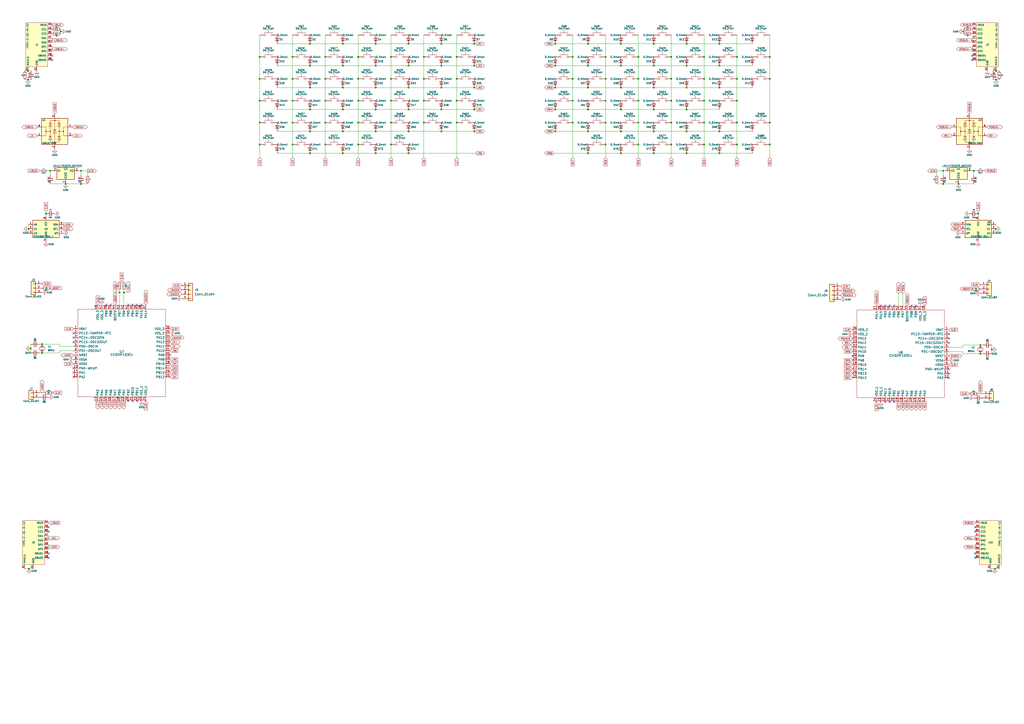
<source format=kicad_sch>
(kicad_sch (version 20211123) (generator eeschema)
  (paper "A2")
  (title_block (title "Split keyboard") (date "2022-01-18") (rev "0.1") (company "Sebastian"))
  (junction (at 408.432 58.42))
  (junction (at 446.532 71.12))
  (junction (at 226.822 83.82))
  (junction (at 179.832 25.4))
  (junction (at 398.272 63.5))
  (junction (at 179.832 88.9))
  (junction (at 389.382 58.42))
  (junction (at 556.006 106.68))
  (junction (at 408.432 83.82))
  (junction (at 29.21 99.06))
  (junction (at 341.122 63.5))
  (junction (at 322.072 25.4))
  (junction (at 360.172 88.9))
  (junction (at 389.382 71.12))
  (junction (at 207.772 33.02))
  (junction (at 245.872 45.72))
  (junction (at 332.232 33.02))
  (junction (at 150.622 45.72))
  (junction (at 360.172 38.1))
  (junction (at 188.722 83.82))
  (junction (at 351.282 83.82))
  (junction (at 38.1 106.68))
  (junction (at 188.722 58.42))
  (junction (at 322.072 76.2))
  (junction (at 198.882 63.5))
  (junction (at 417.322 88.9))
  (junction (at 398.272 25.4))
  (junction (at 236.982 88.9))
  (junction (at 245.872 58.42))
  (junction (at 17.78 202.184))
  (junction (at 446.532 45.72))
  (junction (at 417.322 25.4))
  (junction (at 379.222 76.2))
  (junction (at 217.932 88.9))
  (junction (at 207.772 83.82))
  (junction (at 398.272 76.2))
  (junction (at 264.922 33.02))
  (junction (at 24.384 204.724))
  (junction (at 256.032 25.4))
  (junction (at 264.922 58.42))
  (junction (at 256.032 38.1))
  (junction (at 379.222 63.5))
  (junction (at 169.672 71.12))
  (junction (at 35.306 18.288))
  (junction (at 245.872 33.02))
  (junction (at 398.272 38.1))
  (junction (at 427.482 58.42))
  (junction (at 322.072 50.8))
  (junction (at 169.672 58.42))
  (junction (at 226.822 71.12))
  (junction (at 379.222 25.4))
  (junction (at 256.032 50.8))
  (junction (at 379.222 50.8))
  (junction (at 427.482 71.12))
  (junction (at 179.832 38.1))
  (junction (at 207.772 71.12))
  (junction (at 547.116 99.06))
  (junction (at 169.672 45.72))
  (junction (at 577.85 46.228))
  (junction (at 198.882 50.8))
  (junction (at 351.282 33.02))
  (junction (at 188.722 71.12))
  (junction (at 568.706 205.232))
  (junction (at 408.432 71.12))
  (junction (at 322.072 38.1))
  (junction (at 207.772 45.72))
  (junction (at 169.672 83.82))
  (junction (at 69.342 169.672))
  (junction (at 16.51 132.7912))
  (junction (at 408.432 33.02))
  (junction (at 322.072 63.5))
  (junction (at 360.172 63.5))
  (junction (at 577.85 41.148))
  (junction (at 370.332 83.82))
  (junction (at 26.67 123.9012))
  (junction (at 150.622 58.42))
  (junction (at 217.932 38.1))
  (junction (at 370.332 45.72))
  (junction (at 16.256 41.148))
  (junction (at 389.382 33.02))
  (junction (at 417.322 76.2))
  (junction (at 341.122 25.4))
  (junction (at 188.722 45.72))
  (junction (at 575.31 202.692))
  (junction (at 275.082 25.4))
  (junction (at 236.982 50.8))
  (junction (at 351.282 58.42))
  (junction (at 169.672 33.02))
  (junction (at 341.122 50.8))
  (junction (at 332.232 45.72))
  (junction (at 427.482 45.72))
  (junction (at 198.882 38.1))
  (junction (at 71.882 169.672))
  (junction (at 217.932 76.2))
  (junction (at 341.122 88.9))
  (junction (at 217.932 63.5))
  (junction (at 370.332 71.12))
  (junction (at 360.172 25.4))
  (junction (at 389.382 83.82))
  (junction (at 16.764 329.946))
  (junction (at 341.122 76.2))
  (junction (at 236.982 76.2))
  (junction (at 398.272 88.9))
  (junction (at 150.622 83.82))
  (junction (at 179.832 63.5))
  (junction (at 379.222 38.1))
  (junction (at 564.896 99.06))
  (junction (at 245.872 71.12))
  (junction (at 198.882 25.4))
  (junction (at 370.332 33.02))
  (junction (at 188.722 33.02))
  (junction (at 179.832 76.2))
  (junction (at 398.272 50.8))
  (junction (at 217.932 50.8))
  (junction (at 275.082 63.5))
  (junction (at 256.032 76.2))
  (junction (at 568.706 200.152))
  (junction (at 275.082 38.1))
  (junction (at 360.172 76.2))
  (junction (at 446.532 33.02))
  (junction (at 24.384 199.644))
  (junction (at 427.482 33.02))
  (junction (at 226.822 58.42))
  (junction (at 236.982 38.1))
  (junction (at 150.622 33.02))
  (junction (at 341.122 38.1))
  (junction (at 16.256 46.228))
  (junction (at 236.982 63.5))
  (junction (at 275.082 76.2))
  (junction (at 389.382 45.72))
  (junction (at 370.332 58.42))
  (junction (at 360.172 50.8))
  (junction (at 150.622 71.12))
  (junction (at 577.596 132.7912))
  (junction (at 256.032 63.5))
  (junction (at 217.932 25.4))
  (junction (at 275.082 50.8))
  (junction (at 332.232 58.42))
  (junction (at 379.222 88.9))
  (junction (at 427.482 83.82))
  (junction (at 179.832 50.8))
  (junction (at 198.882 76.2))
  (junction (at 198.882 88.9))
  (junction (at 558.8 18.288))
  (junction (at 46.99 99.06))
  (junction (at 226.822 45.72))
  (junction (at 264.922 71.12))
  (junction (at 577.088 329.946))
  (junction (at 351.282 71.12))
  (junction (at 332.232 71.12))
  (junction (at 417.322 50.8))
  (junction (at 446.532 83.82))
  (junction (at 46.99 106.68))
  (junction (at 236.982 25.4))
  (junction (at 226.822 33.02))
  (junction (at 351.282 45.72))
  (junction (at 567.436 123.9012))
  (junction (at 264.922 45.72))
  (junction (at 408.432 45.72))
  (junction (at 207.772 58.42))
  (junction (at 547.116 106.68))
  (junction (at 417.322 38.1))
  (no_connect (at 565.658 323.596))
  (no_connect (at 28.194 323.596))
  (no_connect (at 28.194 308.356))
  (no_connect (at 28.194 305.816))
  (no_connect (at 563.88 34.798))
  (no_connect (at 76.962 232.664))
  (no_connect (at 79.502 232.664))
  (no_connect (at 30.226 32.258))
  (no_connect (at 30.226 34.798))
  (no_connect (at 565.658 308.356))
  (no_connect (at 565.658 305.816))
  (no_connect (at 518.668 177.292))
  (no_connect (at 516.128 177.292))
  (no_connect (at 513.588 177.292))
  (no_connect (at 511.048 177.292))
  (no_connect (at 42.672 198.374))
  (no_connect (at 42.672 216.154))
  (no_connect (at 42.672 218.694))
  (no_connect (at 42.672 213.614))
  (no_connect (at 42.672 193.294))
  (no_connect (at 42.672 195.834))
  (no_connect (at 74.422 232.664))
  (no_connect (at 82.042 176.784))
  (no_connect (at 79.502 176.784))
  (no_connect (at 61.722 176.784))
  (no_connect (at 64.262 176.784))
  (no_connect (at 76.962 176.784))
  (no_connect (at 74.422 176.784))
  (no_connect (at 513.588 233.172))
  (no_connect (at 516.128 233.172))
  (no_connect (at 565.658 321.056))
  (no_connect (at 98.552 205.994))
  (no_connect (at 550.418 219.202))
  (no_connect (at 550.418 216.662))
  (no_connect (at 550.418 214.122))
  (no_connect (at 518.668 233.172))
  (no_connect (at 494.538 206.502))
  (no_connect (at 528.828 177.292))
  (no_connect (at 531.368 177.292))
  (no_connect (at 550.418 198.882))
  (no_connect (at 550.418 196.342))
  (no_connect (at 550.418 193.802))
  (no_connect (at 28.194 321.056))
  (no_connect (at 563.88 32.258))
  (wire (pts (xy 446.532 83.82) (xy 446.532 91.44)))
  (wire (pts (xy 370.332 83.82) (xy 370.332 91.44)))
  (wire (pts (xy 160.782 76.2) (xy 179.832 76.2)))
  (wire (pts (xy 207.772 58.42) (xy 207.772 71.12)))
  (wire (pts (xy 217.932 76.2) (xy 236.982 76.2)))
  (wire (pts (xy 188.722 45.72) (xy 188.722 58.42)))
  (wire (pts (xy 256.032 76.2) (xy 275.082 76.2)))
  (wire (pts (xy 188.722 20.32) (xy 188.722 33.02)))
  (wire (pts (xy 563.88 27.178) (xy 563.88 29.718)))
  (wire (pts (xy 547.116 99.06) (xy 547.116 101.6)))
  (wire (pts (xy 558.8 18.288) (xy 558.8 19.558)))
  (wire (pts (xy 188.722 58.42) (xy 188.722 71.12)))
  (wire (pts (xy 275.082 50.8) (xy 276.352 50.8)))
  (wire (pts (xy 226.822 83.82) (xy 226.822 91.44)))
  (wire (pts (xy 577.85 41.148) (xy 579.628 41.148)))
  (wire (pts (xy 207.772 20.32) (xy 207.772 33.02)))
  (wire (pts (xy 389.382 83.82) (xy 389.382 91.44)))
  (wire (pts (xy 569.976 228.346) (xy 567.436 228.346)))
  (wire (pts (xy 379.222 50.8) (xy 360.172 50.8)))
  (wire (pts (xy 446.532 20.32) (xy 446.532 33.02)))
  (wire (pts (xy 370.332 58.42) (xy 370.332 71.12)))
  (wire (pts (xy 322.072 25.4) (xy 320.802 25.4)))
  (wire (pts (xy 576.072 41.148) (xy 577.85 41.148)))
  (wire (pts (xy 332.232 71.12) (xy 332.232 91.44)))
  (wire (pts (xy 523.748 177.292) (xy 523.748 170.18)))
  (wire (pts (xy 264.922 58.42) (xy 264.922 71.12)))
  (wire (pts (xy 360.172 50.8) (xy 341.122 50.8)))
  (wire (pts (xy 275.082 76.2) (xy 276.352 76.2)))
  (wire (pts (xy 256.032 38.1) (xy 275.082 38.1)))
  (wire (pts (xy 427.482 33.02) (xy 427.482 45.72)))
  (wire (pts (xy 14.478 41.148) (xy 16.256 41.148)))
  (wire (pts (xy 563.88 22.098) (xy 563.88 24.638)))
  (wire (pts (xy 217.932 50.8) (xy 236.982 50.8)))
  (wire (pts (xy 28.194 315.976) (xy 28.194 318.516)))
  (wire (pts (xy 577.596 130.2512) (xy 577.596 132.7912)))
  (wire (pts (xy 351.282 20.32) (xy 351.282 33.02)))
  (wire (pts (xy 370.332 20.32) (xy 370.332 33.02)))
  (wire (pts (xy 275.082 25.4) (xy 276.352 25.4)))
  (wire (pts (xy 179.832 88.9) (xy 198.882 88.9)))
  (wire (pts (xy 351.282 45.72) (xy 351.282 58.42)))
  (wire (pts (xy 236.982 38.1) (xy 256.032 38.1)))
  (wire (pts (xy 69.342 169.672) (xy 66.802 169.672)))
  (wire (pts (xy 14.478 46.228) (xy 16.256 46.228)))
  (wire (pts (xy 226.822 45.72) (xy 226.822 58.42)))
  (wire (pts (xy 332.232 20.32) (xy 332.232 33.02)))
  (wire (pts (xy 207.772 33.02) (xy 207.772 45.72)))
  (wire (pts (xy 322.072 38.1) (xy 320.802 38.1)))
  (wire (pts (xy 34.544 204.724) (xy 34.544 203.454)))
  (wire (pts (xy 567.436 123.9012) (xy 567.436 125.1712)))
  (wire (pts (xy 14.224 329.946) (xy 16.764 329.946)))
  (wire (pts (xy 398.272 63.5) (xy 379.222 63.5)))
  (wire (pts (xy 236.982 25.4) (xy 256.032 25.4)))
  (wire (pts (xy 351.282 71.12) (xy 351.282 83.82)))
  (wire (pts (xy 160.782 38.1) (xy 179.832 38.1)))
  (wire (pts (xy 22.86 204.724) (xy 24.384 204.724)))
  (wire (pts (xy 389.382 20.32) (xy 389.382 33.02)))
  (wire (pts (xy 22.86 199.644) (xy 24.384 199.644)))
  (wire (pts (xy 564.896 99.06) (xy 564.896 101.6)))
  (wire (pts (xy 29.21 99.06) (xy 30.48 99.06)))
  (wire (pts (xy 245.872 71.12) (xy 245.872 91.44)))
  (wire (pts (xy 379.222 38.1) (xy 360.172 38.1)))
  (wire (pts (xy 360.172 38.1) (xy 341.122 38.1)))
  (wire (pts (xy 398.272 88.9) (xy 379.222 88.9)))
  (wire (pts (xy 198.882 76.2) (xy 217.932 76.2)))
  (wire (pts (xy 169.672 83.82) (xy 169.672 91.44)))
  (wire (pts (xy 198.882 25.4) (xy 217.932 25.4)))
  (wire (pts (xy 398.272 76.2) (xy 379.222 76.2)))
  (wire (pts (xy 217.932 88.9) (xy 236.982 88.9)))
  (wire (pts (xy 427.482 20.32) (xy 427.482 33.02)))
  (wire (pts (xy 16.764 329.946) (xy 19.304 329.946)))
  (wire (pts (xy 69.342 176.784) (xy 69.342 169.672)))
  (wire (pts (xy 543.306 99.06) (xy 543.306 101.6)))
  (wire (pts (xy 521.208 177.292) (xy 521.208 170.18)))
  (wire (pts (xy 46.99 99.06) (xy 50.8 99.06)))
  (wire (pts (xy 17.78 199.644) (xy 17.78 202.184)))
  (wire (pts (xy 360.172 76.2) (xy 341.122 76.2)))
  (wire (pts (xy 45.72 99.06) (xy 46.99 99.06)))
  (wire (pts (xy 38.1 106.68) (xy 46.99 106.68)))
  (wire (pts (xy 169.672 58.42) (xy 169.672 71.12)))
  (wire (pts (xy 341.122 38.1) (xy 322.072 38.1)))
  (wire (pts (xy 570.23 200.152) (xy 568.706 200.152)))
  (wire (pts (xy 564.896 106.68) (xy 556.006 106.68)))
  (wire (pts (xy 256.032 50.8) (xy 275.082 50.8)))
  (wire (pts (xy 29.21 106.68) (xy 38.1 106.68)))
  (wire (pts (xy 16.51 130.2512) (xy 16.51 132.7912)))
  (wire (pts (xy 570.23 205.232) (xy 568.706 205.232)))
  (wire (pts (xy 198.882 88.9) (xy 217.932 88.9)))
  (wire (pts (xy 564.896 99.06) (xy 563.626 99.06)))
  (wire (pts (xy 264.922 20.32) (xy 264.922 33.02)))
  (wire (pts (xy 547.116 106.68) (xy 543.306 106.68)))
  (wire (pts (xy 236.982 88.9) (xy 276.352 88.9)))
  (wire (pts (xy 34.544 203.454) (xy 42.672 203.454)))
  (wire (pts (xy 379.222 25.4) (xy 360.172 25.4)))
  (wire (pts (xy 322.072 63.5) (xy 320.802 63.5)))
  (wire (pts (xy 446.532 71.12) (xy 446.532 83.82)))
  (wire (pts (xy 226.822 71.12) (xy 226.822 83.82)))
  (wire (pts (xy 179.832 50.8) (xy 198.882 50.8)))
  (wire (pts (xy 188.722 71.12) (xy 188.722 83.82)))
  (wire (pts (xy 398.272 25.4) (xy 379.222 25.4)))
  (wire (pts (xy 179.832 76.2) (xy 198.882 76.2)))
  (wire (pts (xy 556.006 106.68) (xy 547.116 106.68)))
  (wire (pts (xy 236.982 76.2) (xy 256.032 76.2)))
  (wire (pts (xy 46.99 106.68) (xy 50.8 106.68)))
  (wire (pts (xy 150.622 20.32) (xy 150.622 33.02)))
  (wire (pts (xy 150.622 58.42) (xy 150.622 71.12)))
  (wire (pts (xy 389.382 58.42) (xy 389.382 71.12)))
  (wire (pts (xy 446.532 45.72) (xy 446.532 71.12)))
  (wire (pts (xy 360.172 25.4) (xy 341.122 25.4)))
  (wire (pts (xy 71.882 176.784) (xy 71.882 169.672)))
  (wire (pts (xy 207.772 45.72) (xy 207.772 58.42)))
  (wire (pts (xy 30.226 22.098) (xy 30.226 24.638)))
  (wire (pts (xy 245.872 45.72) (xy 245.872 58.42)))
  (wire (pts (xy 150.622 45.72) (xy 150.622 58.42)))
  (wire (pts (xy 417.322 25.4) (xy 398.272 25.4)))
  (wire (pts (xy 389.382 71.12) (xy 389.382 83.82)))
  (wire (pts (xy 566.166 99.06) (xy 564.896 99.06)))
  (wire (pts (xy 179.832 38.1) (xy 198.882 38.1)))
  (wire (pts (xy 351.282 83.82) (xy 351.282 91.44)))
  (wire (pts (xy 35.306 18.288) (xy 35.306 19.558)))
  (wire (pts (xy 217.932 63.5) (xy 236.982 63.5)))
  (wire (pts (xy 46.99 99.06) (xy 46.99 101.6)))
  (wire (pts (xy 427.482 71.12) (xy 427.482 83.82)))
  (wire (pts (xy 26.67 123.9012) (xy 26.67 125.1712)))
  (wire (pts (xy 547.116 99.06) (xy 543.306 99.06)))
  (wire (pts (xy 320.802 88.9) (xy 341.122 88.9)))
  (wire (pts (xy 427.482 83.82) (xy 427.482 91.44)))
  (wire (pts (xy 576.072 46.228) (xy 577.85 46.228)))
  (wire (pts (xy 207.772 83.82) (xy 207.772 91.44)))
  (wire (pts (xy 264.922 33.02) (xy 264.922 45.72)))
  (wire (pts (xy 565.658 310.896) (xy 565.658 313.436)))
  (wire (pts (xy 577.596 132.7912) (xy 577.596 135.3312)))
  (wire (pts (xy 408.432 45.72) (xy 408.432 58.42)))
  (wire (pts (xy 322.072 50.8) (xy 320.802 50.8)))
  (wire (pts (xy 245.872 20.32) (xy 245.872 33.02)))
  (wire (pts (xy 558.546 200.152) (xy 558.546 201.422)))
  (wire (pts (xy 275.082 38.1) (xy 276.352 38.1)))
  (wire (pts (xy 408.432 83.82) (xy 408.432 91.44)))
  (wire (pts (xy 17.78 202.184) (xy 17.78 204.724)))
  (wire (pts (xy 579.628 329.946) (xy 577.088 329.946)))
  (wire (pts (xy 160.782 63.5) (xy 179.832 63.5)))
  (wire (pts (xy 389.382 33.02) (xy 389.382 45.72)))
  (wire (pts (xy 26.67 122.6312) (xy 26.67 123.9012)))
  (wire (pts (xy 408.432 58.42) (xy 408.432 71.12)))
  (wire (pts (xy 16.256 46.228) (xy 18.034 46.228)))
  (wire (pts (xy 427.482 45.72) (xy 427.482 58.42)))
  (wire (pts (xy 226.822 20.32) (xy 226.822 33.02)))
  (wire (pts (xy 341.122 50.8) (xy 322.072 50.8)))
  (wire (pts (xy 575.31 202.692) (xy 575.31 205.232)))
  (wire (pts (xy 24.384 199.644) (xy 34.544 199.644)))
  (wire (pts (xy 558.546 201.422) (xy 550.418 201.422)))
  (wire (pts (xy 379.222 76.2) (xy 360.172 76.2)))
  (wire (pts (xy 558.546 203.962) (xy 550.418 203.962)))
  (wire (pts (xy 322.072 76.2) (xy 320.802 76.2)))
  (wire (pts (xy 408.432 20.32) (xy 408.432 33.02)))
  (wire (pts (xy 150.622 83.82) (xy 150.622 91.44)))
  (wire (pts (xy 160.782 25.4) (xy 179.832 25.4)))
  (wire (pts (xy 245.872 33.02) (xy 245.872 45.72)))
  (wire (pts (xy 379.222 88.9) (xy 360.172 88.9)))
  (wire (pts (xy 69.342 169.672) (xy 69.342 168.402)))
  (wire (pts (xy 30.226 27.178) (xy 30.226 29.718)))
  (wire (pts (xy 188.722 33.02) (xy 188.722 45.72)))
  (wire (pts (xy 341.122 76.2) (xy 322.072 76.2)))
  (wire (pts (xy 150.622 33.02) (xy 150.622 45.72)))
  (wire (pts (xy 341.122 63.5) (xy 322.072 63.5)))
  (wire (pts (xy 169.672 45.72) (xy 169.672 58.42)))
  (wire (pts (xy 16.51 132.7912) (xy 16.51 135.3312)))
  (wire (pts (xy 548.386 99.06) (xy 547.116 99.06)))
  (wire (pts (xy 179.832 25.4) (xy 198.882 25.4)))
  (wire (pts (xy 198.882 63.5) (xy 217.932 63.5)))
  (wire (pts (xy 169.672 20.32) (xy 169.672 33.02)))
  (wire (pts (xy 71.882 169.672) (xy 71.882 168.402)))
  (wire (pts (xy 332.232 33.02) (xy 332.232 45.72)))
  (wire (pts (xy 360.172 63.5) (xy 341.122 63.5)))
  (wire (pts (xy 332.232 58.42) (xy 332.232 71.12)))
  (wire (pts (xy 568.706 205.232) (xy 558.546 205.232)))
  (wire (pts (xy 577.85 46.228) (xy 579.628 46.228)))
  (wire (pts (xy 160.782 50.8) (xy 179.832 50.8)))
  (wire (pts (xy 417.322 88.9) (xy 398.272 88.9)))
  (wire (pts (xy 577.088 329.946) (xy 574.548 329.946)))
  (wire (pts (xy 24.384 204.724) (xy 34.544 204.724)))
  (wire (pts (xy 436.372 38.1) (xy 417.322 38.1)))
  (wire (pts (xy 217.932 38.1) (xy 236.982 38.1)))
  (wire (pts (xy 29.21 99.06) (xy 29.21 101.6)))
  (wire (pts (xy 370.332 33.02) (xy 370.332 45.72)))
  (wire (pts (xy 179.832 63.5) (xy 198.882 63.5)))
  (wire (pts (xy 34.544 199.644) (xy 34.544 200.914)))
  (wire (pts (xy 34.544 200.914) (xy 42.672 200.914)))
  (wire (pts (xy 69.342 163.322) (xy 71.882 163.322)))
  (wire (pts (xy 23.114 227.838) (xy 25.654 227.838)))
  (wire (pts (xy 351.282 33.02) (xy 351.282 45.72)))
  (wire (pts (xy 568.706 200.152) (xy 558.546 200.152)))
  (wire (pts (xy 169.672 33.02) (xy 169.672 45.72)))
  (wire (pts (xy 198.882 38.1) (xy 217.932 38.1)))
  (wire (pts (xy 370.332 71.12) (xy 370.332 83.82)))
  (wire (pts (xy 256.032 63.5) (xy 275.082 63.5)))
  (wire (pts (xy 567.436 122.6312) (xy 567.436 123.9012)))
  (wire (pts (xy 226.822 58.42) (xy 226.822 71.12)))
  (wire (pts (xy 236.982 63.5) (xy 256.032 63.5)))
  (wire (pts (xy 217.932 25.4) (xy 236.982 25.4)))
  (wire (pts (xy 236.982 50.8) (xy 256.032 50.8)))
  (wire (pts (xy 389.382 45.72) (xy 389.382 58.42)))
  (wire (pts (xy 264.922 45.72) (xy 264.922 58.42)))
  (wire (pts (xy 398.272 50.8) (xy 379.222 50.8)))
  (wire (pts (xy 417.322 50.8) (xy 398.272 50.8)))
  (wire (pts (xy 558.8 17.018) (xy 558.8 18.288)))
  (wire (pts (xy 74.422 169.672) (xy 71.882 169.672)))
  (wire (pts (xy 558.546 205.232) (xy 558.546 203.962)))
  (wire (pts (xy 264.922 71.12) (xy 264.922 91.44)))
  (wire (pts (xy 275.082 63.5) (xy 276.352 63.5)))
  (wire (pts (xy 332.232 45.72) (xy 332.232 58.42)))
  (wire (pts (xy 226.822 33.02) (xy 226.822 45.72)))
  (wire (pts (xy 398.272 38.1) (xy 379.222 38.1)))
  (wire (pts (xy 188.722 83.82) (xy 188.722 91.44)))
  (wire (pts (xy 436.372 88.9) (xy 417.322 88.9)))
  (wire (pts (xy 160.782 88.9) (xy 179.832 88.9)))
  (wire (pts (xy 169.672 71.12) (xy 169.672 83.82)))
  (wire (pts (xy 370.332 45.72) (xy 370.332 58.42)))
  (wire (pts (xy 50.8 99.06) (xy 50.8 101.6)))
  (wire (pts (xy 436.372 50.8) (xy 417.322 50.8)))
  (wire (pts (xy 575.31 200.152) (xy 575.31 202.692)))
  (wire (pts (xy 446.532 33.02) (xy 446.532 45.72)))
  (wire (pts (xy 341.122 25.4) (xy 322.072 25.4)))
  (wire (pts (xy 28.194 310.896) (xy 28.194 313.436)))
  (wire (pts (xy 427.482 58.42) (xy 427.482 71.12)))
  (wire (pts (xy 35.306 17.018) (xy 35.306 18.288)))
  (wire (pts (xy 150.622 71.12) (xy 150.622 83.82)))
  (wire (pts (xy 417.322 63.5) (xy 398.272 63.5)))
  (wire (pts (xy 198.882 50.8) (xy 217.932 50.8)))
  (wire (pts (xy 408.432 71.12) (xy 408.432 83.82)))
  (wire (pts (xy 207.772 71.12) (xy 207.772 83.82)))
  (wire (pts (xy 417.322 38.1) (xy 398.272 38.1)))
  (wire (pts (xy 436.372 25.4) (xy 417.322 25.4)))
  (wire (pts (xy 360.172 88.9) (xy 341.122 88.9)))
  (wire (pts (xy 245.872 58.42) (xy 245.872 71.12)))
  (wire (pts (xy 408.432 33.02) (xy 408.432 45.72)))
  (wire (pts (xy 436.372 76.2) (xy 417.322 76.2)))
  (wire (pts (xy 256.032 25.4) (xy 275.082 25.4)))
  (wire (pts (xy 16.256 41.148) (xy 18.034 41.148)))
  (wire (pts (xy 351.282 58.42) (xy 351.282 71.12)))
  (wire (pts (xy 379.222 63.5) (xy 360.172 63.5)))
  (wire (pts (xy 417.322 76.2) (xy 398.272 76.2)))
  (wire (pts (xy 27.94 99.06) (xy 29.21 99.06)))
  (wire (pts (xy 565.658 315.976) (xy 565.658 318.516)))
  (global_label "LDBUS-" (shape bidirectional) (at 21.59 73.66 180) (effects (font (size 1 1))) (property "Intersheet References" "${INTERSHEET_REFS}" (effects hide)))
  (global_label "3.3V" (shape input) (at 42.672 190.754 180) (effects (font (size 1 1))) (property "Intersheet References" "${INTERSHEET_REFS}" (effects hide)))
  (global_label "3.3V" (shape input) (at 24.384 164.592 0) (effects (font (size 1 1))) (property "Intersheet References" "${INTERSHEET_REFS}" (effects hide)))
  (global_label "LC4" (shape output) (at 64.262 232.664 270) (effects (font (size 1 1))) (property "Intersheet References" "${INTERSHEET_REFS}" (effects hide)))
  (global_label "3.3V" (shape input) (at 30.734 227.838 0) (effects (font (size 1 1))) (property "Intersheet References" "${INTERSHEET_REFS}" (effects hide)))
  (global_label "LR4" (shape input) (at 98.552 211.074 0) (effects (font (size 1 1))) (property "Intersheet References" "${INTERSHEET_REFS}" (effects hide)))
  (global_label "3.3V" (shape input) (at 550.418 191.262 0) (effects (font (size 1 1))) (property "Intersheet References" "${INTERSHEET_REFS}" (effects hide)))
  (global_label "LC4" (shape input) (at 207.772 91.44 270) (effects (font (size 1 1))) (property "Intersheet References" "${INTERSHEET_REFS}" (effects hide)))
  (global_label "RC2" (shape output) (at 533.908 233.172 270) (effects (font (size 1 1))) (property "Intersheet References" "${INTERSHEET_REFS}" (effects hide)))
  (global_label "3.3V" (shape output) (at 543.306 99.06 180) (effects (font (size 1 1))) (property "Intersheet References" "${INTERSHEET_REFS}" (effects hide)))
  (global_label "RNRST" (shape bidirectional) (at 550.418 206.502 0) (effects (font (size 1 1))) (property "Intersheet References" "${INTERSHEET_REFS}" (effects hide)))
  (global_label "RVBUS" (shape input) (at 571.246 99.06 0) (effects (font (size 1 1))) (property "Intersheet References" "${INTERSHEET_REFS}" (effects hide)))
  (global_label "LSWDCK" (shape bidirectional) (at 84.582 176.784 90) (effects (font (size 1 1))) (property "Intersheet References" "${INTERSHEET_REFS}" (effects hide)))
  (global_label "LC7" (shape output) (at 56.642 232.664 270) (effects (font (size 1 1))) (property "Intersheet References" "${INTERSHEET_REFS}" (effects hide)))
  (global_label "LR1" (shape output) (at 276.352 25.4 0) (effects (font (size 1 1))) (property "Intersheet References" "${INTERSHEET_REFS}" (effects hide)))
  (global_label "3.3V" (shape output) (at 50.8 99.06 0) (effects (font (size 1 1))) (property "Intersheet References" "${INTERSHEET_REFS}" (effects hide)))
  (global_label "LC1" (shape output) (at 71.882 232.664 270) (effects (font (size 1 1))) (property "Intersheet References" "${INTERSHEET_REFS}" (effects hide)))
  (global_label "LC5" (shape input) (at 226.822 91.44 270) (effects (font (size 1 1))) (property "Intersheet References" "${INTERSHEET_REFS}" (effects hide)))
  (global_label "3.3V" (shape input) (at 487.68 166.116 0) (effects (font (size 1 1))) (property "Intersheet References" "${INTERSHEET_REFS}" (effects hide)))
  (global_label "RC4" (shape output) (at 528.828 233.172 270) (effects (font (size 1 1))) (property "Intersheet References" "${INTERSHEET_REFS}" (effects hide)))
  (global_label "LVBUS" (shape input) (at 31.75 66.04 90) (effects (font (size 1 1))) (property "Intersheet References" "${INTERSHEET_REFS}" (effects hide)))
  (global_label "RSDA" (shape bidirectional) (at 565.658 317.246 180) (effects (font (size 1 1))) (property "Intersheet References" "${INTERSHEET_REFS}" (effects hide)))
  (global_label "RC7" (shape output) (at 521.208 233.172 270) (effects (font (size 1 1))) (property "Intersheet References" "${INTERSHEET_REFS}" (effects hide)))
  (global_label "RSCL" (shape output) (at 557.276 132.7912 180) (effects (font (size 1 1))) (property "Intersheet References" "${INTERSHEET_REFS}" (effects hide)))
  (global_label "RR4" (shape output) (at 320.802 63.5 180) (effects (font (size 1 1))) (property "Intersheet References" "${INTERSHEET_REFS}" (effects hide)))
  (global_label "RR2" (shape output) (at 320.802 38.1 180) (effects (font (size 1 1))) (property "Intersheet References" "${INTERSHEET_REFS}" (effects hide)))
  (global_label "3.3V" (shape input) (at 26.67 122.6312 90) (effects (font (size 1 1))) (property "Intersheet References" "${INTERSHEET_REFS}" (effects hide)))
  (global_label "RC6" (shape input) (at 351.282 91.44 270) (effects (font (size 1 1))) (property "Intersheet References" "${INTERSHEET_REFS}" (effects hide)))
  (global_label "RSWDIO" (shape bidirectional) (at 494.538 196.342 180) (effects (font (size 1 1))) (property "Intersheet References" "${INTERSHEET_REFS}" (effects hide)))
  (global_label "LSDA" (shape output) (at 36.83 130.2512 0) (effects (font (size 1 1))) (property "Intersheet References" "${INTERSHEET_REFS}" (effects hide)))
  (global_label "RBOOT" (shape input) (at 526.288 177.292 90) (effects (font (size 1 1))) (property "Intersheet References" "${INTERSHEET_REFS}" (effects hide)))
  (global_label "RSDA" (shape bidirectional) (at 523.748 170.18 90) (effects (font (size 1 1))) (property "Intersheet References" "${INTERSHEET_REFS}" (effects hide)))
  (global_label "RC3" (shape output) (at 531.368 233.172 270) (effects (font (size 1 1))) (property "Intersheet References" "${INTERSHEET_REFS}" (effects hide)))
  (global_label "LVBUS" (shape output) (at 30.226 14.478 0) (effects (font (size 1 1))) (property "Intersheet References" "${INTERSHEET_REFS}" (effects hide)))
  (global_label "RC3" (shape input) (at 408.432 91.44 270) (effects (font (size 1 1))) (property "Intersheet References" "${INTERSHEET_REFS}" (effects hide)))
  (global_label "LD+" (shape bidirectional) (at 98.552 198.374 0) (effects (font (size 1 1))) (property "Intersheet References" "${INTERSHEET_REFS}" (effects hide)))
  (global_label "3.3V" (shape input) (at 568.706 165.1 180) (effects (font (size 1 1))) (property "Intersheet References" "${INTERSHEET_REFS}" (effects hide)))
  (global_label "RR4" (shape input) (at 494.538 211.582 180) (effects (font (size 1 1))) (property "Intersheet References" "${INTERSHEET_REFS}" (effects hide)))
  (global_label "3.3V" (shape input) (at 494.538 191.262 180) (effects (font (size 1 1))) (property "Intersheet References" "${INTERSHEET_REFS}" (effects hide)))
  (global_label "LD-" (shape bidirectional) (at 21.59 78.74 180) (effects (font (size 1 1))) (property "Intersheet References" "${INTERSHEET_REFS}" (effects hide)))
  (global_label "LNRST" (shape bidirectional) (at 42.672 205.994 180) (effects (font (size 1 1))) (property "Intersheet References" "${INTERSHEET_REFS}" (effects hide)))
  (global_label "LBOOT" (shape input) (at 66.802 176.784 90) (effects (font (size 1 1))) (property "Intersheet References" "${INTERSHEET_REFS}" (effects hide)))
  (global_label "3.3V" (shape input) (at 98.552 190.754 0) (effects (font (size 1 1))) (property "Intersheet References" "${INTERSHEET_REFS}" (effects hide)))
  (global_label "3.3V" (shape input) (at 70.612 163.322 90) (effects (font (size 1 1))) (property "Intersheet References" "${INTERSHEET_REFS}" (effects hide)))
  (global_label "RC2" (shape input) (at 427.482 91.44 270) (effects (font (size 1 1))) (property "Intersheet References" "${INTERSHEET_REFS}" (effects hide)))
  (global_label "LR6" (shape input) (at 98.552 203.454 0) (effects (font (size 1 1))) (property "Intersheet References" "${INTERSHEET_REFS}" (effects hide)))
  (global_label "RSDA" (shape output) (at 557.276 130.2512 180) (effects (font (size 1 1))) (property "Intersheet References" "${INTERSHEET_REFS}" (effects hide)))
  (global_label "LSWDCK" (shape bidirectional) (at 105.41 170.688 180) (effects (font (size 1 1))) (property "Intersheet References" "${INTERSHEET_REFS}" (effects hide)))
  (global_label "3.3V" (shape input) (at 105.41 165.608 180) (effects (font (size 1 1))) (property "Intersheet References" "${INTERSHEET_REFS}" (effects hide)))
  (global_label "RR1" (shape input) (at 494.538 219.202 180) (effects (font (size 1 1))) (property "Intersheet References" "${INTERSHEET_REFS}" (effects hide)))
  (global_label "3.3V" (shape input) (at 567.436 122.6312 90) (effects (font (size 1 1))) (property "Intersheet References" "${INTERSHEET_REFS}" (effects hide)))
  (global_label "RC6" (shape output) (at 523.748 233.172 270) (effects (font (size 1 1))) (property "Intersheet References" "${INTERSHEET_REFS}" (effects hide)))
  (global_label "LD+" (shape bidirectional) (at 41.91 78.74 0) (effects (font (size 1 1))) (property "Intersheet References" "${INTERSHEET_REFS}" (effects hide)))
  (global_label "LBOOT" (shape output) (at 29.464 167.132 0) (effects (font (size 1 1))) (property "Intersheet References" "${INTERSHEET_REFS}" (effects hide)))
  (global_label "RD+" (shape bidirectional) (at 552.196 78.74 180) (effects (font (size 1 1))) (property "Intersheet References" "${INTERSHEET_REFS}" (effects hide)))
  (global_label "LC7" (shape input) (at 264.922 91.44 270) (effects (font (size 1 1))) (property "Intersheet References" "${INTERSHEET_REFS}" (effects hide)))
  (global_label "LSWDIO" (shape bidirectional) (at 98.552 195.834 0) (effects (font (size 1 1))) (property "Intersheet References" "${INTERSHEET_REFS}" (effects hide)))
  (global_label "3.3V" (shape input) (at 84.582 232.664 270) (effects (font (size 1 1))) (property "Intersheet References" "${INTERSHEET_REFS}" (effects hide)))
  (global_label "RSCL" (shape bidirectional) (at 565.658 312.166 180) (effects (font (size 1 1))) (property "Intersheet References" "${INTERSHEET_REFS}" (effects hide)))
  (global_label "LR5" (shape input) (at 98.552 208.534 0) (effects (font (size 1 1))) (property "Intersheet References" "${INTERSHEET_REFS}" (effects hide)))
  (global_label "LSCL" (shape output) (at 36.83 132.7912 0) (effects (font (size 1 1))) (property "Intersheet References" "${INTERSHEET_REFS}" (effects hide)))
  (global_label "RR3" (shape input) (at 494.538 214.122 180) (effects (font (size 1 1))) (property "Intersheet References" "${INTERSHEET_REFS}" (effects hide)))
  (global_label "RVBUS" (shape output) (at 563.88 14.478 180) (effects (font (size 1 1))) (property "Intersheet References" "${INTERSHEET_REFS}" (effects hide)))
  (global_label "RC7" (shape input) (at 332.232 91.44 270) (effects (font (size 1 1))) (property "Intersheet References" "${INTERSHEET_REFS}" (effects hide)))
  (global_label "LSDA" (shape bidirectional) (at 28.194 317.246 0) (effects (font (size 1 1))) (property "Intersheet References" "${INTERSHEET_REFS}" (effects hide)))
  (global_label "LR5" (shape output) (at 276.352 76.2 0) (effects (font (size 1 1))) (property "Intersheet References" "${INTERSHEET_REFS}" (effects hide)))
  (global_label "LSWDIO" (shape bidirectional) (at 105.41 168.148 180) (effects (font (size 1 1))) (property "Intersheet References" "${INTERSHEET_REFS}" (effects hide)))
  (global_label "LC6" (shape output) (at 59.182 232.664 270) (effects (font (size 1 1))) (property "Intersheet References" "${INTERSHEET_REFS}" (effects hide)))
  (global_label "RNRST" (shape bidirectional) (at 568.706 228.346 90) (effects (font (size 1 1))) (property "Intersheet References" "${INTERSHEET_REFS}" (effects hide)))
  (global_label "RC1" (shape output) (at 536.448 233.172 270) (effects (font (size 1 1))) (property "Intersheet References" "${INTERSHEET_REFS}" (effects hide)))
  (global_label "LC5" (shape output) (at 61.722 232.664 270) (effects (font (size 1 1))) (property "Intersheet References" "${INTERSHEET_REFS}" (effects hide)))
  (global_label "RDBUS-" (shape bidirectional) (at 563.88 23.368 180) (effects (font (size 1 1))) (property "Intersheet References" "${INTERSHEET_REFS}" (effects hide)))
  (global_label "LC2" (shape output) (at 69.342 232.664 270) (effects (font (size 1 1))) (property "Intersheet References" "${INTERSHEET_REFS}" (effects hide)))
  (global_label "RC1" (shape input) (at 446.532 91.44 270) (effects (font (size 1 1))) (property "Intersheet References" "${INTERSHEET_REFS}" (effects hide)))
  (global_label "RVBUS" (shape input) (at 565.658 303.276 180) (effects (font (size 1 1))) (property "Intersheet References" "${INTERSHEET_REFS}" (effects hide)))
  (global_label "RR2" (shape input) (at 494.538 216.662 180) (effects (font (size 1 1))) (property "Intersheet References" "${INTERSHEET_REFS}" (effects hide)))
  (global_label "LVBUS" (shape input) (at 22.86 99.06 180) (effects (font (size 1 1))) (property "Intersheet References" "${INTERSHEET_REFS}" (effects hide)))
  (global_label "RC4" (shape input) (at 389.382 91.44 270) (effects (font (size 1 1))) (property "Intersheet References" "${INTERSHEET_REFS}" (effects hide)))
  (global_label "RSWDCK" (shape bidirectional) (at 508.508 177.292 90) (effects (font (size 1 1))) (property "Intersheet References" "${INTERSHEET_REFS}" (effects hide)))
  (global_label "RD+" (shape bidirectional) (at 494.538 198.882 180) (effects (font (size 1 1))) (property "Intersheet References" "${INTERSHEET_REFS}" (effects hide)))
  (global_label "LD-" (shape bidirectional) (at 98.552 200.914 0) (effects (font (size 1 1))) (property "Intersheet References" "${INTERSHEET_REFS}" (effects hide)))
  (global_label "LNRST" (shape bidirectional) (at 24.384 227.838 90) (effects (font (size 1 1))) (property "Intersheet References" "${INTERSHEET_REFS}" (effects hide)))
  (global_label "RR5" (shape output) (at 320.802 76.2 180) (effects (font (size 1 1))) (property "Intersheet References" "${INTERSHEET_REFS}" (effects hide)))
  (global_label "3.3V" (shape input) (at 56.642 176.784 90) (effects (font (size 1 1))) (property "Intersheet References" "${INTERSHEET_REFS}" (effects hide)))
  (global_label "LSCL" (shape bidirectional) (at 28.194 312.166 0) (effects (font (size 1 1))) (property "Intersheet References" "${INTERSHEET_REFS}" (effects hide)))
  (global_label "LR2" (shape output) (at 276.352 38.1 0) (effects (font (size 1 1))) (property "Intersheet References" "${INTERSHEET_REFS}" (effects hide)))
  (global_label "RDBUS+" (shape bidirectional) (at 563.88 28.448 180) (effects (font (size 1 1))) (property "Intersheet References" "${INTERSHEET_REFS}" (effects hide)))
  (global_label "3.3V" (shape input) (at 536.448 177.292 90) (effects (font (size 1 1))) (property "Intersheet References" "${INTERSHEET_REFS}" (effects hide)))
  (global_label "3.3V" (shape input) (at 550.418 211.582 0) (effects (font (size 1 1))) (property "Intersheet References" "${INTERSHEET_REFS}" (effects hide)))
  (global_label "LR2" (shape input) (at 98.552 216.154 0) (effects (font (size 1 1))) (property "Intersheet References" "${INTERSHEET_REFS}" (effects hide)))
  (global_label "LR1" (shape input) (at 98.552 218.694 0) (effects (font (size 1 1))) (property "Intersheet References" "${INTERSHEET_REFS}" (effects hide)))
  (global_label "RR5" (shape input) (at 494.538 209.042 180) (effects (font (size 1 1))) (property "Intersheet References" "${INTERSHEET_REFS}" (effects hide)))
  (global_label "RR3" (shape output) (at 320.802 50.8 180) (effects (font (size 1 1))) (property "Intersheet References" "${INTERSHEET_REFS}" (effects hide)))
  (global_label "3.3V" (shape input) (at 562.356 228.346 180) (effects (font (size 1 1))) (property "Intersheet References" "${INTERSHEET_REFS}" (effects hide)))
  (global_label "RD-" (shape bidirectional) (at 572.516 78.74 0) (effects (font (size 1 1))) (property "Intersheet References" "${INTERSHEET_REFS}" (effects hide)))
  (global_label "LC2" (shape input) (at 169.672 91.44 270) (effects (font (size 1 1))) (property "Intersheet References" "${INTERSHEET_REFS}" (effects hide)))
  (global_label "LSCL" (shape bidirectional) (at 74.422 169.672 90) (effects (font (size 1 1))) (property "Intersheet References" "${INTERSHEET_REFS}" (effects hide)))
  (global_label "LDBUS+" (shape bidirectional) (at 30.226 28.448 0) (effects (font (size 1 1))) (property "Intersheet References" "${INTERSHEET_REFS}" (effects hide)))
  (global_label "LR6" (shape output) (at 276.352 88.9 0) (effects (font (size 1 1))) (property "Intersheet References" "${INTERSHEET_REFS}" (effects hide)))
  (global_label "LVBUS" (shape input) (at 28.194 303.276 0) (effects (font (size 1 1))) (property "Intersheet References" "${INTERSHEET_REFS}" (effects hide)))
  (global_label "RVBUS" (shape input) (at 562.356 66.04 90) (effects (font (size 1 1))) (property "Intersheet References" "${INTERSHEET_REFS}" (effects hide)))
  (global_label "LDBUS+" (shape bidirectional) (at 41.91 73.66 0) (effects (font (size 1 1))) (property "Intersheet References" "${INTERSHEET_REFS}" (effects hide)))
  (global_label "RR6" (shape output) (at 320.802 88.9 180) (effects (font (size 1 1))) (property "Intersheet References" "${INTERSHEET_REFS}" (effects hide)))
  (global_label "LR3" (shape input) (at 98.552 213.614 0) (effects (font (size 1 1))) (property "Intersheet References" "${INTERSHEET_REFS}" (effects hide)))
  (global_label "RC5" (shape output) (at 526.288 233.172 270) (effects (font (size 1 1))) (property "Intersheet References" "${INTERSHEET_REFS}" (effects hide)))
  (global_label "RDBUS-" (shape bidirectional) (at 572.516 73.66 0) (effects (font (size 1 1))) (property "Intersheet References" "${INTERSHEET_REFS}" (effects hide)))
  (global_label "LR3" (shape output) (at 276.352 50.8 0) (effects (font (size 1 1))) (property "Intersheet References" "${INTERSHEET_REFS}" (effects hide)))
  (global_label "3.3V" (shape input) (at 508.508 233.172 270) (effects (font (size 1 1))) (property "Intersheet References" "${INTERSHEET_REFS}" (effects hide)))
  (global_label "RR6" (shape input) (at 494.538 203.962 180) (effects (font (size 1 1))) (property "Intersheet References" "${INTERSHEET_REFS}" (effects hide)))
  (global_label "LC3" (shape output) (at 66.802 232.664 270) (effects (font (size 1 1))) (property "Intersheet References" "${INTERSHEET_REFS}" (effects hide)))
  (global_label "3.3V" (shape input) (at 42.672 211.074 180) (effects (font (size 1 1))) (property "Intersheet References" "${INTERSHEET_REFS}" (effects hide)))
  (global_label "RDBUS+" (shape bidirectional) (at 552.196 73.66 180) (effects (font (size 1 1))) (property "Intersheet References" "${INTERSHEET_REFS}" (effects hide)))
  (global_label "LC3" (shape input) (at 188.722 91.44 270) (effects (font (size 1 1))) (property "Intersheet References" "${INTERSHEET_REFS}" (effects hide)))
  (global_label "LC1" (shape input) (at 150.622 91.44 270) (effects (font (size 1 1))) (property "Intersheet References" "${INTERSHEET_REFS}" (effects hide)))
  (global_label "RD-" (shape bidirectional) (at 494.538 201.422 180) (effects (font (size 1 1))) (property "Intersheet References" "${INTERSHEET_REFS}" (effects hide)))
  (global_label "RSWDIO" (shape bidirectional) (at 487.68 168.656 0) (effects (font (size 1 1))) (property "Intersheet References" "${INTERSHEET_REFS}" (effects hide)))
  (global_label "RSWDCK" (shape bidirectional) (at 487.68 171.196 0) (effects (font (size 1 1))) (property "Intersheet References" "${INTERSHEET_REFS}" (effects hide)))
  (global_label "LSDA" (shape bidirectional) (at 66.802 169.672 90) (effects (font (size 1 1))) (property "Intersheet References" "${INTERSHEET_REFS}" (effects hide)))
  (global_label "RC5" (shape input) (at 370.332 91.44 270) (effects (font (size 1 1))) (property "Intersheet References" "${INTERSHEET_REFS}" (effects hide)))
  (global_label "RSCL" (shape bidirectional) (at 521.208 170.18 90) (effects (font (size 1 1))) (property "Intersheet References" "${INTERSHEET_REFS}" (effects hide)))
  (global_label "RR1" (shape output) (at 320.802 25.4 180) (effects (font (size 1 1))) (property "Intersheet References" "${INTERSHEET_REFS}" (effects hide)))
  (global_label "LC6" (shape input) (at 245.872 91.44 270) (effects (font (size 1 1))) (property "Intersheet References" "${INTERSHEET_REFS}" (effects hide)))
  (global_label "LDBUS-" (shape bidirectional) (at 30.226 23.368 0) (effects (font (size 1 1))) (property "Intersheet References" "${INTERSHEET_REFS}" (effects hide)))
  (global_label "RBOOT" (shape output) (at 563.626 167.64 180) (effects (font (size 1 1))) (property "Intersheet References" "${INTERSHEET_REFS}" (effects hide)))
  (global_label "LR4" (shape output) (at 276.352 63.5 0) (effects (font (size 1 1))) (property "Intersheet References" "${INTERSHEET_REFS}" (effects hide)))
  (symbol (lib_id "Switch:SW_Push") (at 346.202 83.82 0) (mirror y) (unit 1)
    (property "Reference" "SW75" (at 346.202 78.74 0) (effects (font (size 1 1))))
    (property "Value" "SW_Push" (at 346.202 80.01 0) (effects (font (size 1 1))))
    (property "Footprint" "acheron_MX:MX100" (effects hide))
  )
  (symbol (lib_id "power:GND") (at 31.75 123.9012 90) (unit 1)
    (property "Reference" "#PWR011" (effects hide))
    (property "Value" "GND" (at 31.75 126.1872 90) (effects (font (size 1 1)) (justify right)))
  )
  (symbol (lib_id "Device:R_Small") (at 561.34 17.018 270) (mirror x) (unit 1)
    (property "Reference" "R2" (at 561.34 15.748 90) (effects (font (size 0.5 0.5))))
    (property "Value" "5.1k" (at 561.34 17.018 90) (effects (font (size 0.5 0.5))))
    (property "Footprint" "Resistor_SMD:R_0603_1608Metric" (effects hide))
    (property "LCSC" "C14677" (effects hide))
  )
  (symbol (lib_id "Switch:SW_Push") (at 212.852 58.42 0) (unit 1)
    (property "Reference" "SW46" (at 212.852 53.34 0) (effects (font (size 1 1))))
    (property "Value" "SW_Push" (at 212.852 54.61 0) (effects (font (size 1 1))))
    (property "Footprint" "acheron_MX:MX100" (effects hide))
  )
  (symbol (lib_id "power:GND") (at 28.194 230.378 90) (unit 1)
    (property "Reference" "#PWR031" (effects hide))
    (property "Value" "GND" (at 30.988 230.378 90) (effects (font (size 1 1)) (justify right)))
  )
  (symbol (lib_id "Switch:SW_Push") (at 327.152 20.32 0) (mirror y) (unit 1)
    (property "Reference" "SW8" (at 327.152 15.24 0) (effects (font (size 1 1))))
    (property "Value" "SW_Push" (at 327.152 16.51 0) (effects (font (size 1 1))))
    (property "Footprint" "acheron_MX:MX100" (effects hide))
  )
  (symbol (lib_id "Device:R_Small") (at 32.766 19.558 90) (unit 1)
    (property "Reference" "R3" (at 32.766 20.828 90) (effects (font (size 0.5 0.5))))
    (property "Value" "5.1k" (at 32.766 19.558 90) (effects (font (size 0.5 0.5))))
    (property "Footprint" "Resistor_SMD:R_0603_1608Metric" (effects hide))
    (property "LCSC" "C14677" (effects hide))
  )
  (symbol (lib_id "Device:C_Small") (at 29.21 123.9012 90) (unit 1)
    (property "Reference" "C7" (at 29.21 121.6152 90) (effects (font (size 0.5 0.5))))
    (property "Value" "100n" (at 29.21 126.1872 90) (effects (font (size 0.5 0.5))))
    (property "Footprint" "Capacitor_SMD:C_0603_1608Metric" (effects hide))
    (property "LCSC" "C1591" (effects hide))
  )
  (symbol (lib_id "power:GND") (at 487.68 173.736 90) (mirror x) (unit 1)
    (property "Reference" "#PWR022" (effects hide))
    (property "Value" "GND" (at 491.998 173.736 90) (effects (font (size 1 1))))
  )
  (symbol (lib_id "Device:D_Small") (at 398.272 22.86 90) (unit 1)
    (property "Reference" "D12" (at 397.002 22.86 90) (effects (font (size 1 1)) (justify left)))
    (property "Value" "D_Small" (at 398.272 20.32 90) (effects (font (size 1 1)) (justify left)))
    (property "Footprint" "Diode_SMD:D_SOD-123" (effects hide))
    (property "LCSC" "C908221" (effects hide))
  )
  (symbol (lib_id "Switch:SW_Push") (at 422.402 58.42 0) (mirror y) (unit 1)
    (property "Reference" "SW55" (at 422.402 53.34 0) (effects (font (size 1 1))))
    (property "Value" "SW_Push" (at 422.402 54.61 0) (effects (font (size 1 1))))
    (property "Footprint" "acheron_MX:MX200" (effects hide))
  )
  (symbol (lib_id "Switch:SW_Push") (at 174.752 58.42 0) (unit 1)
    (property "Reference" "SW44" (at 174.752 53.34 0) (effects (font (size 1 1))))
    (property "Value" "SW_Push" (at 174.752 54.61 0) (effects (font (size 1 1))))
    (property "Footprint" "acheron_MX:MX100" (effects hide))
  )
  (symbol (lib_id "Device:D_Small") (at 256.032 60.96 270) (mirror x) (unit 1)
    (property "Reference" "D48" (at 257.302 60.96 90) (effects (font (size 1 1)) (justify left)))
    (property "Value" "D_Small" (at 256.032 58.42 90) (effects (font (size 1 1)) (justify left)))
    (property "Footprint" "Diode_SMD:D_SOD-123" (effects hide))
    (property "LCSC" "C908221" (effects hide))
  )
  (symbol (lib_id "power:GND") (at 533.908 177.292 0) (mirror x) (unit 1)
    (property "Reference" "#PWR024" (effects hide))
    (property "Value" "GND" (at 533.908 173.8376 0) (effects (font (size 1 1))))
  )
  (symbol (lib_id "Switch:SW_Push") (at 327.152 71.12 0) (mirror y) (unit 1)
    (property "Reference" "SW63" (at 327.152 66.04 0) (effects (font (size 1 1))))
    (property "Value" "SW_Push" (at 327.152 67.31 0) (effects (font (size 1 1))))
    (property "Footprint" "acheron_MX:MX100" (effects hide))
  )
  (symbol (lib_id "Device:D_Small") (at 256.032 48.26 270) (mirror x) (unit 1)
    (property "Reference" "D34" (at 257.302 48.26 90) (effects (font (size 1 1)) (justify left)))
    (property "Value" "D_Small" (at 256.032 45.72 90) (effects (font (size 1 1)) (justify left)))
    (property "Footprint" "Diode_SMD:D_SOD-123" (effects hide))
    (property "LCSC" "C908221" (effects hide))
  )
  (symbol (lib_id "Switch:SW_Push") (at 212.852 20.32 0) (unit 1)
    (property "Reference" "SW4" (at 212.852 15.24 0) (effects (font (size 1 1))))
    (property "Value" "SW_Push" (at 212.852 16.51 0) (effects (font (size 1 1))))
    (property "Footprint" "acheron_MX:MX100" (effects hide))
  )
  (symbol (lib_id "Device:D_Small") (at 360.172 35.56 90) (unit 1)
    (property "Reference" "D24" (at 358.902 35.56 90) (effects (font (size 1 1)) (justify left)))
    (property "Value" "D_Small" (at 360.172 33.02 90) (effects (font (size 1 1)) (justify left)))
    (property "Footprint" "Diode_SMD:D_SOD-123" (effects hide))
    (property "LCSC" "C908221" (effects hide))
  )
  (symbol (lib_id "Switch:SW_Push") (at 270.002 33.02 0) (unit 1)
    (property "Reference" "SW21" (at 270.002 27.94 0) (effects (font (size 1 1))))
    (property "Value" "SW_Push" (at 270.002 29.21 0) (effects (font (size 1 1))))
    (property "Footprint" "acheron_MX:MX100" (effects hide))
  )
  (symbol (lib_id "Device:Crystal_Small") (at 568.706 202.692 270) (mirror x) (unit 1)
    (property "Reference" "Y2" (at 565.404 201.676 90) (effects (font (size 1 1)) (justify right)))
    (property "Value" "8Mhz" (at 565.404 203.708 90) (effects (font (size 1 1)) (justify right)))
    (property "Footprint" "Crystal:Crystal_SMD_HC49-SD" (effects hide))
    (property "LCSC" "C106809" (effects hide))
  )
  (symbol (lib_id "power:GND") (at 577.596 132.7912 90) (mirror x) (unit 1)
    (property "Reference" "#PWR014" (effects hide))
    (property "Value" "GND" (at 577.596 135.0772 90) (effects (font (size 1 1)) (justify right)))
  )
  (symbol (lib_id "Device:D_Small") (at 341.122 48.26 90) (unit 1)
    (property "Reference" "D37" (at 339.852 48.26 90) (effects (font (size 1 1)) (justify left)))
    (property "Value" "D_Small" (at 341.122 45.72 90) (effects (font (size 1 1)) (justify left)))
    (property "Footprint" "Diode_SMD:D_SOD-123" (effects hide))
    (property "LCSC" "C908221" (effects hide))
  )
  (symbol (lib_id "Device:C_Small") (at 20.32 204.724 90) (unit 1)
    (property "Reference" "C11" (at 20.32 207.01 90) (effects (font (size 0.5 0.5))))
    (property "Value" "20p" (at 20.32 207.772 90) (effects (font (size 0.5 0.5))))
    (property "Footprint" "Capacitor_SMD:C_0603_1608Metric" (effects hide))
    (property "LCSC" "C105621" (effects hide))
  )
  (symbol (lib_id "power:GND") (at 568.706 170.18 270) (mirror x) (unit 1)
    (property "Reference" "#PWR020" (effects hide))
    (property "Value" "GND" (at 565.912 170.18 90) (effects (font (size 1 1)) (justify right)))
  )
  (symbol (lib_id "Device:D_Small") (at 322.072 60.96 90) (unit 1)
    (property "Reference" "D50" (at 320.802 60.96 90) (effects (font (size 1 1)) (justify left)))
    (property "Value" "D_Small" (at 322.072 58.42 90) (effects (font (size 1 1)) (justify left)))
    (property "Footprint" "Diode_SMD:D_SOD-123" (effects hide))
    (property "LCSC" "C908221" (effects hide))
  )
  (symbol (lib_id "Device:D_Small") (at 360.172 60.96 90) (unit 1)
    (property "Reference" "D52" (at 358.902 60.96 90) (effects (font (size 1 1)) (justify left)))
    (property "Value" "D_Small" (at 360.172 58.42 90) (effects (font (size 1 1)) (justify left)))
    (property "Footprint" "Diode_SMD:D_SOD-123" (effects hide))
    (property "LCSC" "C908221" (effects hide))
  )
  (symbol (lib_id "Device:R_Small") (at 564.896 228.346 270) (mirror x) (unit 1)
    (property "Reference" "R14" (at 564.896 227.076 90) (effects (font (size 0.5 0.5))))
    (property "Value" "10k" (at 564.896 228.346 90) (effects (font (size 0.5 0.5))))
    (property "Footprint" "Resistor_SMD:R_0603_1608Metric" (effects hide))
    (property "LCSC" "C99198" (effects hide))
  )
  (symbol (lib_id "power:GND") (at 577.85 46.228 0) (mirror y) (unit 1)
    (property "Reference" "#PWR06" (effects hide))
    (property "Value" "GND" (at 577.85 49.784 0) (effects (font (size 1 1))))
  )
  (symbol (lib_id "Device:D_Small") (at 275.082 48.26 270) (mirror x) (unit 1)
    (property "Reference" "D35" (at 276.352 48.26 90) (effects (font (size 1 1)) (justify left)))
    (property "Value" "D_Small" (at 275.082 45.72 90) (effects (font (size 1 1)) (justify left)))
    (property "Footprint" "Diode_SMD:D_SOD-123" (effects hide))
    (property "LCSC" "C908221" (effects hide))
  )
  (symbol (lib_id "USB_C_Receptacle:TYPE-C-31-M-13") (at 19.304 314.706 0) (unit 1)
    (property "Reference" "J9" (at 19.304 314.706 0) (effects (font (size 1 1))))
    (property "Value" "TYPE-C-31-M-12" (at 13.97 309.626 90) (effects (font (size 1 1))))
    (property "Footprint" "USB_C_Receptable:TYPE-C-31-M-12" (effects hide))
    (property "Datasheet" "https://datasheet.lcsc.com/lcsc/1811101526_Korean-Hroparts-Elec-TYPE-C-31-M-13_C223906.pdf" (effects hide))
    (property "LCSC" "C165948" (effects hide))
  )
  (symbol (lib_id "Device:D_Small") (at 236.982 86.36 270) (mirror x) (unit 1)
    (property "Reference" "D74" (at 238.252 86.36 90) (effects (font (size 1 1)) (justify left)))
    (property "Value" "D_Small" (at 236.982 83.82 90) (effects (font (size 1 1)) (justify left)))
    (property "Footprint" "Diode_SMD:D_SOD-123" (effects hide))
    (property "LCSC" "C908221" (effects hide))
  )
  (symbol (lib_id "Device:C_Small") (at 572.77 205.232 270) (mirror x) (unit 1)
    (property "Reference" "C12" (at 572.77 207.518 90) (effects (font (size 0.5 0.5))))
    (property "Value" "20p" (at 572.77 208.28 90) (effects (font (size 0.5 0.5))))
    (property "Footprint" "Capacitor_SMD:C_0603_1608Metric" (effects hide))
    (property "LCSC" "C105621" (effects hide))
  )
  (symbol (lib_name "Conn_01x03_1") (lib_id "Connector_Generic:Conn_01x03") (at 19.304 167.132 0) (mirror y) (unit 1)
    (property "Reference" "J3" (at 19.304 162.306 0) (effects (font (size 1 1))))
    (property "Value" "Conn_01x03" (at 19.304 171.958 0) (effects (font (size 1 1))))
    (property "Footprint" "Connector_PinHeader_2.54mm:PinHeader_1x03_P2.54mm_Vertical" (effects hide))
    (property "LCSC" "C49257" (effects hide))
  )
  (symbol (lib_id "Switch:SW_Push") (at 212.852 71.12 0) (unit 1)
    (property "Reference" "SW59" (at 212.852 66.04 0) (effects (font (size 1 1))))
    (property "Value" "SW_Push" (at 212.852 67.31 0) (effects (font (size 1 1))))
    (property "Footprint" "acheron_MX:MX100" (effects hide))
  )
  (symbol (lib_id "Switch:SW_Push") (at 155.702 45.72 0) (unit 1)
    (property "Reference" "SW29" (at 155.702 40.64 0) (effects (font (size 1 1))))
    (property "Value" "SW_Push" (at 155.702 41.91 0) (effects (font (size 1 1))))
    (property "Footprint" "acheron_MX:MX100" (effects hide))
  )
  (symbol (lib_id "Switch:SW_Push") (at 327.152 33.02 0) (mirror y) (unit 1)
    (property "Reference" "SW22" (at 327.152 27.94 0) (effects (font (size 1 1))))
    (property "Value" "SW_Push" (at 327.152 29.21 0) (effects (font (size 1 1))))
    (property "Footprint" "acheron_MX:MX100" (effects hide))
  )
  (symbol (lib_id "Device:D_Small") (at 236.982 73.66 270) (mirror x) (unit 1)
    (property "Reference" "D60" (at 238.252 73.66 90) (effects (font (size 1 1)) (justify left)))
    (property "Value" "D_Small" (at 236.982 71.12 90) (effects (font (size 1 1)) (justify left)))
    (property "Footprint" "Diode_SMD:D_SOD-123" (effects hide))
    (property "LCSC" "C908221" (effects hide))
  )
  (symbol (lib_id "Switch:SW_Push") (at 365.252 45.72 0) (mirror y) (unit 1)
    (property "Reference" "SW38" (at 365.252 40.64 0) (effects (font (size 1 1))))
    (property "Value" "SW_Push" (at 365.252 41.91 0) (effects (font (size 1 1))))
    (property "Footprint" "acheron_MX:MX100" (effects hide))
  )
  (symbol (lib_id "Switch:SW_Push") (at 365.252 33.02 0) (mirror y) (unit 1)
    (property "Reference" "SW24" (at 365.252 27.94 0) (effects (font (size 1 1))))
    (property "Value" "SW_Push" (at 365.252 29.21 0) (effects (font (size 1 1))))
    (property "Footprint" "acheron_MX:MX100" (effects hide))
  )
  (symbol (lib_id "Device:D_Small") (at 417.322 35.56 90) (unit 1)
    (property "Reference" "D27" (at 416.052 35.56 90) (effects (font (size 1 1)) (justify left)))
    (property "Value" "D_Small" (at 417.322 33.02 90) (effects (font (size 1 1)) (justify left)))
    (property "Footprint" "Diode_SMD:D_SOD-123" (effects hide))
    (property "LCSC" "C908221" (effects hide))
  )
  (symbol (lib_id "power:GND") (at 16.51 132.7912 270) (unit 1)
    (property "Reference" "#PWR013" (effects hide))
    (property "Value" "GND" (at 16.51 135.0772 90) (effects (font (size 1 1)) (justify right)))
  )
  (symbol (lib_id "Switch:SW_Push") (at 250.952 33.02 0) (unit 1)
    (property "Reference" "SW20" (at 250.952 27.94 0) (effects (font (size 1 1))))
    (property "Value" "SW_Push" (at 250.952 29.21 0) (effects (font (size 1 1))))
    (property "Footprint" "acheron_MX:MX100" (effects hide))
  )
  (symbol (lib_id "Switch:SW_Push") (at 365.252 83.82 0) (mirror y) (unit 1)
    (property "Reference" "SW76" (at 365.252 78.74 0) (effects (font (size 1 1))))
    (property "Value" "SW_Push" (at 365.252 80.01 0) (effects (font (size 1 1))))
    (property "Footprint" "acheron_MX:MX100" (effects hide))
  )
  (symbol (lib_id "power:GND") (at 98.552 193.294 90) (unit 1)
    (property "Reference" "#PWR025" (effects hide))
    (property "Value" "GND" (at 101.346 193.294 90) (effects (font (size 1 1)) (justify right)))
  )
  (symbol (lib_name "GD32VF103Cx_1") (lib_id "Gigadevice:GD32VF103Cx") (at 522.478 205.232 0) (mirror y) (unit 1)
    (property "Reference" "U8" (at 522.478 204.47 0))
    (property "Value" "CH32VF103Cx" (at 522.478 206.248 0))
    (property "Footprint" "Package_QFP:LQFP-48_7x7mm_P0.5mm" (effects hide))
    (property "Datasheet" "https://datasheet.lcsc.com/lcsc/2201121830_WCH-Jiangsu-Qin-Heng-CH32V103C8T6_C2764428.pdf" (effects hide))
    (property "LCSC" "C2764428" (effects hide))
  )
  (symbol (lib_name "USBLC6-2SC6_1") (lib_id "Power_Protection:USBLC6-2SC6") (at 562.356 76.2 0) (mirror y) (unit 1)
    (property "Reference" "U2" (at 569.722 69.596 0) (effects (font (size 1 1)) (justify left)))
    (property "Value" "USBLC6-2SC6" (at 569.722 83.058 0) (effects (font (size 0.75 0.75)) (justify left)))
    (property "Footprint" "Package_TO_SOT_SMD:SOT-23-6" (effects hide))
    (property "Datasheet" "https://www.st.com/resource/en/datasheet/usblc6-2.pdf" (effects hide))
    (property "LCSC" "C7519" (effects hide))
  )
  (symbol (lib_id "Switch:SW_Push") (at 174.752 33.02 0) (unit 1)
    (property "Reference" "SW16" (at 174.752 27.94 0) (effects (font (size 1 1))))
    (property "Value" "SW_Push" (at 174.752 29.21 0) (effects (font (size 1 1))))
    (property "Footprint" "acheron_MX:MX100" (effects hide))
  )
  (symbol (lib_id "power:GND") (at 26.67 140.4112 0) (unit 1)
    (property "Reference" "#PWR017" (effects hide))
    (property "Value" "GND" (at 29.718 141.6812 0) (effects (font (size 1 1))))
  )
  (symbol (lib_id "Device:D_Small") (at 160.782 35.56 270) (mirror x) (unit 1)
    (property "Reference" "D15" (at 162.052 35.56 90) (effects (font (size 1 1)) (justify left)))
    (property "Value" "D_Small" (at 160.782 33.02 90) (effects (font (size 1 1)) (justify left)))
    (property "Footprint" "Diode_SMD:D_SOD-123" (effects hide))
    (property "LCSC" "C908221" (effects hide))
  )
  (symbol (lib_id "Device:D_Small") (at 236.982 48.26 270) (mirror x) (unit 1)
    (property "Reference" "D33" (at 238.252 48.26 90) (effects (font (size 1 1)) (justify left)))
    (property "Value" "D_Small" (at 236.982 45.72 90) (effects (font (size 1 1)) (justify left)))
    (property "Footprint" "Diode_SMD:D_SOD-123" (effects hide))
    (property "LCSC" "C908221" (effects hide))
  )
  (symbol (lib_id "Regulator_Linear:LD1117S33TR_SOT223") (at 556.006 99.06 0) (mirror y) (unit 1)
    (property "Reference" "U4" (at 556.006 98.044 0) (effects (font (size 1 1))))
    (property "Value" "LD1117S33TR_SOT223" (at 554.99 96.266 0) (effects (font (size 1 1))))
    (property "Footprint" "Package_TO_SOT_SMD:SOT-223-3_TabPin2" (effects hide))
    (property "Datasheet" "http://www.st.com/st-web-ui/static/active/en/resource/technical/document/datasheet/CD00000544.pdf" (effects hide))
    (property "LCSC" "C86781" (effects hide))
  )
  (symbol (lib_id "Switch:SW_Push") (at 327.152 58.42 0) (mirror y) (unit 1)
    (property "Reference" "SW50" (at 327.152 53.34 0) (effects (font (size 1 1))))
    (property "Value" "SW_Push" (at 327.152 54.61 0) (effects (font (size 1 1))))
    (property "Footprint" "acheron_MX:MX100" (effects hide))
  )
  (symbol (lib_id "Device:D_Small") (at 379.222 22.86 90) (unit 1)
    (property "Reference" "D11" (at 377.952 22.86 90) (effects (font (size 1 1)) (justify left)))
    (property "Value" "D_Small" (at 379.222 20.32 90) (effects (font (size 1 1)) (justify left)))
    (property "Footprint" "Diode_SMD:D_SOD-123" (effects hide))
    (property "LCSC" "C908221" (effects hide))
  )
  (symbol (lib_id "Connector_Generic:Conn_01x04") (at 482.6 168.656 0) (mirror y) (unit 1)
    (property "Reference" "J6" (at 480.2632 168.6559 0) (effects (justify left)))
    (property "Value" "Conn_01x04" (at 480.2632 171.1959 0) (effects (justify left)))
    (property "Footprint" "Connector_PinHeader_2.54mm:PinHeader_1x04_P2.54mm_Vertical" (effects hide))
    (property "LCSC" "C124378" (effects hide))
  )
  (symbol (lib_id "Switch:SW_Push") (at 212.852 45.72 0) (unit 1)
    (property "Reference" "SW32" (at 212.852 40.64 0) (effects (font (size 1 1))))
    (property "Value" "SW_Push" (at 212.852 41.91 0) (effects (font (size 1 1))))
    (property "Footprint" "acheron_MX:MX100" (effects hide))
  )
  (symbol (lib_id "power:GND") (at 21.336 41.148 0) (unit 1)
    (property "Reference" "#PWR03" (effects hide))
    (property "Value" "GND" (at 21.336 44.704 0) (effects (font (size 1 1))))
  )
  (symbol (lib_id "Device:D_Small") (at 236.982 35.56 270) (mirror x) (unit 1)
    (property "Reference" "D19" (at 238.252 35.56 90) (effects (font (size 1 1)) (justify left)))
    (property "Value" "D_Small" (at 236.982 33.02 90) (effects (font (size 1 1)) (justify left)))
    (property "Footprint" "Diode_SMD:D_SOD-123" (effects hide))
    (property "LCSC" "C908221" (effects hide))
  )
  (symbol (lib_id "Device:D_Small") (at 417.322 86.36 90) (unit 1)
    (property "Reference" "D79" (at 416.052 86.36 90) (effects (font (size 1 1)) (justify left)))
    (property "Value" "D_Small" (at 417.322 83.82 90) (effects (font (size 1 1)) (justify left)))
    (property "Footprint" "Diode_SMD:D_SOD-123" (effects hide))
    (property "LCSC" "C908221" (effects hide))
  )
  (symbol (lib_id "Switch:SW_Push") (at 441.452 45.72 0) (mirror y) (unit 1)
    (property "Reference" "SW42" (at 441.452 40.64 0) (effects (font (size 1 1))))
    (property "Value" "SW_Push" (at 441.452 41.91 0) (effects (font (size 1 1))))
    (property "Footprint" "acheron_MX:MX100" (effects hide))
  )
  (symbol (lib_id "power:GND") (at 558.8 18.288 270) (mirror x) (unit 1)
    (property "Reference" "#PWR02" (effects hide))
    (property "Value" "GND" (at 556.006 18.288 90) (effects (font (size 1 1)) (justify right)))
  )
  (symbol (lib_id "Switch:SW_Push") (at 270.002 58.42 0) (unit 1)
    (property "Reference" "SW49" (at 270.002 53.34 0) (effects (font (size 1 1))))
    (property "Value" "SW_Push" (at 270.002 54.61 0) (effects (font (size 1 1))))
    (property "Footprint" "acheron_MX:MX100" (effects hide))
  )
  (symbol (lib_id "Device:D_Small") (at 436.372 73.66 90) (unit 1)
    (property "Reference" "D69" (at 435.102 73.66 90) (effects (font (size 1 1)) (justify left)))
    (property "Value" "D_Small" (at 436.372 71.12 90) (effects (font (size 1 1)) (justify left)))
    (property "Footprint" "Diode_SMD:D_SOD-123" (effects hide))
    (property "LCSC" "C908221" (effects hide))
  )
  (symbol (lib_id "Device:C_Small") (at 567.436 230.886 270) (mirror x) (unit 1)
    (property "Reference" "C14" (at 567.436 233.0704 90) (effects (font (size 0.5 0.5))))
    (property "Value" "100n" (at 567.436 233.807 90) (effects (font (size 0.5 0.5))))
    (property "Footprint" "Capacitor_SMD:C_0603_1608Metric" (effects hide))
    (property "LCSC" "C1591" (effects hide))
  )
  (symbol (lib_id "Device:D_Small") (at 417.322 73.66 90) (unit 1)
    (property "Reference" "D68" (at 416.052 73.66 90) (effects (font (size 1 1)) (justify left)))
    (property "Value" "D_Small" (at 417.322 71.12 90) (effects (font (size 1 1)) (justify left)))
    (property "Footprint" "Diode_SMD:D_SOD-123" (effects hide))
    (property "LCSC" "C908221" (effects hide))
  )
  (symbol (lib_id "Switch:SW_Push") (at 193.802 20.32 0) (unit 1)
    (property "Reference" "SW3" (at 193.802 15.24 0) (effects (font (size 1 1))))
    (property "Value" "SW_Push" (at 193.802 16.51 0) (effects (font (size 1 1))))
    (property "Footprint" "acheron_MX:MX100" (effects hide))
  )
  (symbol (lib_id "Switch:SW_Push") (at 422.402 83.82 0) (mirror y) (unit 1)
    (property "Reference" "SW79" (at 422.402 78.74 0) (effects (font (size 1 1))))
    (property "Value" "SW_Push" (at 422.402 80.01 0) (effects (font (size 1 1))))
    (property "Footprint" "acheron_MX:MX100" (effects hide))
  )
  (symbol (lib_id "Device:D_Small") (at 198.882 48.26 270) (mirror x) (unit 1)
    (property "Reference" "D31" (at 200.152 48.26 90) (effects (font (size 1 1)) (justify left)))
    (property "Value" "D_Small" (at 198.882 45.72 90) (effects (font (size 1 1)) (justify left)))
    (property "Footprint" "Diode_SMD:D_SOD-123" (effects hide))
    (property "LCSC" "C908221" (effects hide))
  )
  (symbol (lib_id "Switch:SW_Push") (at 403.352 45.72 0) (mirror y) (unit 1)
    (property "Reference" "SW40" (at 403.352 40.64 0) (effects (font (size 1 1))))
    (property "Value" "SW_Push" (at 403.352 41.91 0) (effects (font (size 1 1))))
    (property "Footprint" "acheron_MX:MX100" (effects hide))
  )
  (symbol (lib_id "Device:D_Small") (at 217.932 22.86 270) (mirror x) (unit 1)
    (property "Reference" "D4" (at 219.202 22.86 90) (effects (font (size 1 1)) (justify left)))
    (property "Value" "D_Small" (at 217.932 20.32 90) (effects (font (size 1 1)) (justify left)))
    (property "Footprint" "Diode_SMD:D_SOD-123" (effects hide))
    (property "LCSC" "C908221" (effects hide))
  )
  (symbol (lib_name "USBLC6-2SC6_1") (lib_id "Power_Protection:USBLC6-2SC6") (at 31.75 76.2 0) (unit 1)
    (property "Reference" "U1" (at 24.384 69.596 0) (effects (font (size 1 1)) (justify left)))
    (property "Value" "USBLC6-2SC6" (at 24.384 83.058 0) (effects (font (size 0.75 0.75)) (justify left)))
    (property "Footprint" "Package_TO_SOT_SMD:SOT-23-6" (effects hide))
    (property "Datasheet" "https://www.st.com/resource/en/datasheet/usblc6-2.pdf" (effects hide))
    (property "LCSC" "C7519" (effects hide))
  )
  (symbol (lib_id "Switch:SW_Push") (at 441.452 71.12 0) (mirror y) (unit 1)
    (property "Reference" "SW69" (at 441.452 66.04 0) (effects (font (size 1 1))))
    (property "Value" "SW_Push" (at 441.452 67.31 0) (effects (font (size 1 1))))
    (property "Footprint" "acheron_MX:MX100" (effects hide))
  )
  (symbol (lib_id "Device:D_Small") (at 379.222 48.26 90) (unit 1)
    (property "Reference" "D39" (at 377.952 48.26 90) (effects (font (size 1 1)) (justify left)))
    (property "Value" "D_Small" (at 379.222 45.72 90) (effects (font (size 1 1)) (justify left)))
    (property "Footprint" "Diode_SMD:D_SOD-123" (effects hide))
    (property "LCSC" "C908221" (effects hide))
  )
  (symbol (lib_id "Switch:SW_Push") (at 403.352 83.82 0) (mirror y) (unit 1)
    (property "Reference" "SW78" (at 403.352 78.74 0) (effects (font (size 1 1))))
    (property "Value" "SW_Push" (at 403.352 80.01 0) (effects (font (size 1 1))))
    (property "Footprint" "acheron_MX:MX100" (effects hide))
  )
  (symbol (lib_id "Device:D_Small") (at 417.322 48.26 90) (unit 1)
    (property "Reference" "D41" (at 416.052 48.26 90) (effects (font (size 1 1)) (justify left)))
    (property "Value" "D_Small" (at 417.322 45.72 90) (effects (font (size 1 1)) (justify left)))
    (property "Footprint" "Diode_SMD:D_SOD-123" (effects hide))
    (property "LCSC" "C908221" (effects hide))
  )
  (symbol (lib_id "power:GND") (at 42.672 208.534 270) (unit 1)
    (property "Reference" "#PWR029" (effects hide))
    (property "Value" "GND" (at 39.878 208.534 90) (effects (font (size 1 1)) (justify right)))
  )
  (symbol (lib_id "Device:D_Small") (at 275.082 73.66 270) (mirror x) (unit 1)
    (property "Reference" "D62" (at 276.352 73.66 90) (effects (font (size 1 1)) (justify left)))
    (property "Value" "D_Small" (at 275.082 71.12 90) (effects (font (size 1 1)) (justify left)))
    (property "Footprint" "Diode_SMD:D_SOD-123" (effects hide))
    (property "LCSC" "C908221" (effects hide))
  )
  (symbol (lib_id "Device:D_Small") (at 398.272 86.36 90) (unit 1)
    (property "Reference" "D78" (at 397.002 86.36 90) (effects (font (size 1 1)) (justify left)))
    (property "Value" "D_Small" (at 398.272 83.82 90) (effects (font (size 1 1)) (justify left)))
    (property "Footprint" "Diode_SMD:D_SOD-123" (effects hide))
    (property "LCSC" "C908221" (effects hide))
  )
  (symbol (lib_id "power:GND") (at 562.356 123.9012 270) (mirror x) (unit 1)
    (property "Reference" "#PWR012" (effects hide))
    (property "Value" "GND" (at 562.356 126.1872 90) (effects (font (size 1 1)) (justify right)))
  )
  (symbol (lib_id "Device:D_Small") (at 417.322 22.86 90) (unit 1)
    (property "Reference" "D13" (at 416.052 22.86 90) (effects (font (size 1 1)) (justify left)))
    (property "Value" "D_Small" (at 417.322 20.32 90) (effects (font (size 1 1)) (justify left)))
    (property "Footprint" "Diode_SMD:D_SOD-123" (effects hide))
    (property "LCSC" "C908221" (effects hide))
  )
  (symbol (lib_id "Device:D_Small") (at 217.932 86.36 270) (mirror x) (unit 1)
    (property "Reference" "D73" (at 219.202 86.36 90) (effects (font (size 1 1)) (justify left)))
    (property "Value" "D_Small" (at 217.932 83.82 90) (effects (font (size 1 1)) (justify left)))
    (property "Footprint" "Diode_SMD:D_SOD-123" (effects hide))
    (property "LCSC" "C908221" (effects hide))
  )
  (symbol (lib_id "Device:D_Small") (at 217.932 48.26 270) (mirror x) (unit 1)
    (property "Reference" "D32" (at 219.202 48.26 90) (effects (font (size 1 1)) (justify left)))
    (property "Value" "D_Small" (at 217.932 45.72 90) (effects (font (size 1 1)) (justify left)))
    (property "Footprint" "Diode_SMD:D_SOD-123" (effects hide))
    (property "LCSC" "C908221" (effects hide))
  )
  (symbol (lib_id "Switch:SW_Push") (at 384.302 58.42 0) (mirror y) (unit 1)
    (property "Reference" "SW53" (at 384.302 53.34 0) (effects (font (size 1 1))))
    (property "Value" "SW_Push" (at 384.302 54.61 0) (effects (font (size 1 1))))
    (property "Footprint" "acheron_MX:MX100" (effects hide))
  )
  (symbol (lib_id "Switch:SW_Push") (at 212.852 83.82 0) (unit 1)
    (property "Reference" "SW73" (at 212.852 78.74 0) (effects (font (size 1 1))))
    (property "Value" "SW_Push" (at 212.852 80.01 0) (effects (font (size 1 1))))
    (property "Footprint" "acheron_MX:MX100" (effects hide))
  )
  (symbol (lib_id "Device:R_Small") (at 543.306 104.14 0) (mirror y) (unit 1)
    (property "Reference" "R8" (at 542.29 104.14 0) (effects (font (size 0.5 0.5)) (justify left)))
    (property "Value" "470" (at 543.306 104.902 90) (effects (font (size 0.5 0.5)) (justify left)))
    (property "Footprint" "Resistor_SMD:R_0603_1608Metric" (effects hide))
    (property "LCSC" "C114669" (effects hide))
  )
  (symbol (lib_id "power:GND") (at 59.182 176.784 180) (unit 1)
    (property "Reference" "#PWR023" (effects hide))
    (property "Value" "GND" (at 59.182 173.3296 0) (effects (font (size 1 1))))
  )
  (symbol (lib_id "Device:D_Small") (at 236.982 22.86 270) (mirror x) (unit 1)
    (property "Reference" "D5" (at 238.252 22.86 90) (effects (font (size 1 1)) (justify left)))
    (property "Value" "D_Small" (at 236.982 20.32 90) (effects (font (size 1 1)) (justify left)))
    (property "Footprint" "Diode_SMD:D_SOD-123" (effects hide))
    (property "LCSC" "C908221" (effects hide))
  )
  (symbol (lib_id "Switch:SW_Push") (at 231.902 83.82 0) (unit 1)
    (property "Reference" "SW74" (at 231.902 78.74 0) (effects (font (size 1 1))))
    (property "Value" "SW_Push" (at 231.902 80.01 0) (effects (font (size 1 1))))
    (property "Footprint" "acheron_MX:MX200" (effects hide))
  )
  (symbol (lib_id "power:GND") (at 82.042 232.664 0) (unit 1)
    (property "Reference" "#PWR033" (effects hide))
    (property "Value" "GND" (at 82.042 236.22 0) (effects (font (size 1 1))))
  )
  (symbol (lib_id "Device:C_Small") (at 547.116 104.14 0) (mirror y) (unit 1)
    (property "Reference" "C5" (at 548.64 103.124 0) (effects (font (size 0.5 0.5)) (justify left)))
    (property "Value" "10u" (at 548.64 105.41 0) (effects (font (size 0.5 0.5)) (justify left)))
    (property "Footprint" "Capacitor_SMD:C_0603_1608Metric" (effects hide))
    (property "LCSC" "C85713" (effects hide))
  )
  (symbol (lib_id "Switch:SW_Push") (at 384.302 20.32 0) (mirror y) (unit 1)
    (property "Reference" "SW11" (at 384.302 15.24 0) (effects (font (size 1 1))))
    (property "Value" "SW_Push" (at 384.302 16.51 0) (effects (font (size 1 1))))
    (property "Footprint" "acheron_MX:MX100" (effects hide))
  )
  (symbol (lib_id "Switch:SW_Push") (at 384.302 83.82 0) (mirror y) (unit 1)
    (property "Reference" "SW77" (at 384.302 78.74 0) (effects (font (size 1 1))))
    (property "Value" "SW_Push" (at 384.302 80.01 0) (effects (font (size 1 1))))
    (property "Footprint" "acheron_MX:MX100" (effects hide))
  )
  (symbol (lib_id "Switch:SW_Push") (at 422.402 20.32 0) (mirror y) (unit 1)
    (property "Reference" "SW13" (at 422.402 15.24 0) (effects (font (size 1 1))))
    (property "Value" "SW_Push" (at 422.402 16.51 0) (effects (font (size 1 1))))
    (property "Footprint" "acheron_MX:MX100" (effects hide))
  )
  (symbol (lib_id "Device:D_Small") (at 436.372 48.26 90) (unit 1)
    (property "Reference" "D42" (at 435.102 48.26 90) (effects (font (size 1 1)) (justify left)))
    (property "Value" "D_Small" (at 436.372 45.72 90) (effects (font (size 1 1)) (justify left)))
    (property "Footprint" "Diode_SMD:D_SOD-123" (effects hide))
    (property "LCSC" "C908221" (effects hide))
  )
  (symbol (lib_id "power:GND") (at 24.384 169.672 90) (unit 1)
    (property "Reference" "#PWR019" (effects hide))
    (property "Value" "GND" (at 27.178 169.672 90) (effects (font (size 1 1)) (justify right)))
  )
  (symbol (lib_id "Regulator_Linear:LD1117S33TR_SOT223") (at 38.1 99.06 0) (unit 1)
    (property "Reference" "U3" (at 38.1 98.044 0) (effects (font (size 1 1))))
    (property "Value" "LD1117S33TR_SOT223" (at 39.116 96.266 0) (effects (font (size 1 1))))
    (property "Footprint" "Package_TO_SOT_SMD:SOT-223-3_TabPin2" (effects hide))
    (property "Datasheet" "http://www.st.com/st-web-ui/static/active/en/resource/technical/document/datasheet/CD00000544.pdf" (effects hide))
    (property "LCSC" "C86781" (effects hide))
  )
  (symbol (lib_id "power:GND") (at 572.77 41.148 0) (mirror y) (unit 1)
    (property "Reference" "#PWR04" (effects hide))
    (property "Value" "GND" (at 572.77 44.704 0) (effects (font (size 1 1))))
  )
  (symbol (lib_id "Device:D_Small") (at 179.832 48.26 270) (mirror x) (unit 1)
    (property "Reference" "D30" (at 181.102 48.26 90) (effects (font (size 1 1)) (justify left)))
    (property "Value" "D_Small" (at 179.832 45.72 90) (effects (font (size 1 1)) (justify left)))
    (property "Footprint" "Diode_SMD:D_SOD-123" (effects hide))
    (property "LCSC" "C908221" (effects hide))
  )
  (symbol (lib_id "Device:D_Small") (at 417.322 60.96 90) (unit 1)
    (property "Reference" "D55" (at 416.052 60.96 90) (effects (font (size 1 1)) (justify left)))
    (property "Value" "D_Small" (at 417.322 58.42 90) (effects (font (size 1 1)) (justify left)))
    (property "Footprint" "Diode_SMD:D_SOD-123" (effects hide))
    (property "LCSC" "C908221" (effects hide))
  )
  (symbol (lib_id "power:GND") (at 36.83 135.3312 90) (unit 1)
    (property "Reference" "#PWR015" (effects hide))
    (property "Value" "GND" (at 36.83 137.6172 90) (effects (font (size 1 1)) (justify right)))
  )
  (symbol (lib_id "Switch:SW_Push") (at 174.752 71.12 0) (unit 1)
    (property "Reference" "SW57" (at 174.752 66.04 0) (effects (font (size 1 1))))
    (property "Value" "SW_Push" (at 174.752 67.31 0) (effects (font (size 1 1))))
    (property "Footprint" "acheron_MX:MX100" (effects hide))
  )
  (symbol (lib_id "Switch:SW_Push") (at 384.302 71.12 0) (mirror y) (unit 1)
    (property "Reference" "SW66" (at 384.302 66.04 0) (effects (font (size 1 1))))
    (property "Value" "SW_Push" (at 384.302 67.31 0) (effects (font (size 1 1))))
    (property "Footprint" "acheron_MX:MX100" (effects hide))
  )
  (symbol (lib_id "Device:R_Small") (at 561.34 19.558 270) (mirror x) (unit 1)
    (property "Reference" "R4" (at 561.34 20.828 90) (effects (font (size 0.5 0.5))))
    (property "Value" "5.1k" (at 561.34 19.558 90) (effects (font (size 0.5 0.5))))
    (property "Footprint" "Resistor_SMD:R_0603_1608Metric" (effects hide))
    (property "LCSC" "C14677" (effects hide))
  )
  (symbol (lib_id "Device:D_Small") (at 398.272 60.96 90) (unit 1)
    (property "Reference" "D54" (at 397.002 60.96 90) (effects (font (size 1 1)) (justify left)))
    (property "Value" "D_Small" (at 398.272 58.42 90) (effects (font (size 1 1)) (justify left)))
    (property "Footprint" "Diode_SMD:D_SOD-123" (effects hide))
    (property "LCSC" "C908221" (effects hide))
  )
  (symbol (lib_id "Switch:SW_Push") (at 365.252 71.12 0) (mirror y) (unit 1)
    (property "Reference" "SW65" (at 365.252 66.04 0) (effects (font (size 1 1))))
    (property "Value" "SW_Push" (at 365.252 67.31 0) (effects (font (size 1 1))))
    (property "Footprint" "acheron_MX:MX100" (effects hide))
  )
  (symbol (lib_id "power:GND") (at 557.276 135.3312 270) (mirror x) (unit 1)
    (property "Reference" "#PWR016" (effects hide))
    (property "Value" "GND" (at 557.276 137.6172 90) (effects (font (size 1 1)) (justify right)))
  )
  (symbol (lib_id "Switch:SW_Push") (at 193.802 45.72 0) (unit 1)
    (property "Reference" "SW31" (at 193.802 40.64 0) (effects (font (size 1 1))))
    (property "Value" "SW_Push" (at 193.802 41.91 0) (effects (font (size 1 1))))
    (property "Footprint" "acheron_MX:MX100" (effects hide))
  )
  (symbol (lib_id "Device:R_Small") (at 14.478 43.688 0) (unit 1)
    (property "Reference" "R5" (at 12.446 43.688 0) (effects (font (size 0.5 0.5)) (justify left)))
    (property "Value" "1M" (at 14.478 44.196 90) (effects (font (size 0.5 0.5)) (justify left)))
    (property "Footprint" "Resistor_SMD:R_0603_1608Metric" (effects hide))
    (property "LCSC" "C105578" (effects hide))
  )
  (symbol (lib_id "Switch:SW_Push") (at 422.402 45.72 0) (mirror y) (unit 1)
    (property "Reference" "SW41" (at 422.402 40.64 0) (effects (font (size 1 1))))
    (property "Value" "SW_Push" (at 422.402 41.91 0) (effects (font (size 1 1))))
    (property "Footprint" "acheron_MX:MX100" (effects hide))
  )
  (symbol (lib_id "Device:D_Small") (at 360.172 73.66 90) (unit 1)
    (property "Reference" "D65" (at 358.902 73.66 90) (effects (font (size 1 1)) (justify left)))
    (property "Value" "D_Small" (at 360.172 71.12 90) (effects (font (size 1 1)) (justify left)))
    (property "Footprint" "Diode_SMD:D_SOD-123" (effects hide))
    (property "LCSC" "C908221" (effects hide))
  )
  (symbol (lib_id "Switch:SW_Push") (at 193.802 83.82 0) (unit 1)
    (property "Reference" "SW72" (at 193.802 78.74 0) (effects (font (size 1 1))))
    (property "Value" "SW_Push" (at 193.802 80.01 0) (effects (font (size 1 1))))
    (property "Footprint" "acheron_MX:MX100" (effects hide))
  )
  (symbol (lib_id "Switch:SW_Push") (at 365.252 58.42 0) (mirror y) (unit 1)
    (property "Reference" "SW52" (at 365.252 53.34 0) (effects (font (size 1 1))))
    (property "Value" "SW_Push" (at 365.252 54.61 0) (effects (font (size 1 1))))
    (property "Footprint" "acheron_MX:MX100" (effects hide))
  )
  (symbol (lib_id "Device:C_Small") (at 576.072 43.688 0) (mirror y) (unit 1)
    (property "Reference" "C2" (at 577.342 42.418 0) (effects (font (size 0.5 0.5)) (justify left)))
    (property "Value" "4.7n" (at 578.104 44.958 0) (effects (font (size 0.5 0.5)) (justify left)))
    (property "Footprint" "Capacitor_SMD:C_0603_1608Metric" (effects hide))
    (property "LCSC" "C106218" (effects hide))
  )
  (symbol (lib_id "Device:D_Small") (at 322.072 22.86 90) (unit 1)
    (property "Reference" "D8" (at 320.802 22.86 90) (effects (font (size 1 1)) (justify left)))
    (property "Value" "D_Small" (at 322.072 20.32 90) (effects (font (size 1 1)) (justify left)))
    (property "Footprint" "Diode_SMD:D_SOD-123" (effects hide))
    (property "LCSC" "C908221" (effects hide))
  )
  (symbol (lib_id "Device:D_Small") (at 198.882 60.96 270) (mirror x) (unit 1)
    (property "Reference" "D45" (at 200.152 60.96 90) (effects (font (size 1 1)) (justify left)))
    (property "Value" "D_Small" (at 198.882 58.42 90) (effects (font (size 1 1)) (justify left)))
    (property "Footprint" "Diode_SMD:D_SOD-123" (effects hide))
    (property "LCSC" "C908221" (effects hide))
  )
  (symbol (lib_id "Device:R_Small") (at 566.166 167.64 270) (mirror x) (unit 1)
    (property "Reference" "R12" (at 566.166 168.91 90) (effects (font (size 0.5 0.5))))
    (property "Value" "10k" (at 566.166 167.64 90) (effects (font (size 0.5 0.5))))
    (property "Footprint" "Resistor_SMD:R_0603_1608Metric" (effects hide))
    (property "LCSC" "C99198" (effects hide))
  )
  (symbol (lib_id "Switch:SW_Push") (at 270.002 45.72 0) (unit 1)
    (property "Reference" "SW35" (at 270.002 40.64 0) (effects (font (size 1 1))))
    (property "Value" "SW_Push" (at 270.002 41.91 0) (effects (font (size 1 1))))
    (property "Footprint" "acheron_MX:MX100" (effects hide))
  )
  (symbol (lib_id "Device:R_Small") (at 71.882 165.862 0) (unit 1)
    (property "Reference" "R10" (at 73.152 165.862 90) (effects (font (size 0.5 0.5))))
    (property "Value" "4.7k" (at 71.882 165.862 90) (effects (font (size 0.5 0.5))))
    (property "Footprint" "Resistor_SMD:R_0603_1608Metric" (effects hide))
    (property "LCSC" "C99782" (effects hide))
  )
  (symbol (lib_id "Device:C_Small") (at 572.77 200.152 270) (mirror x) (unit 1)
    (property "Reference" "C10" (at 572.77 197.104 90) (effects (font (size 0.5 0.5))))
    (property "Value" "20p" (at 572.77 197.866 90) (effects (font (size 0.5 0.5))))
    (property "Footprint" "Capacitor_SMD:C_0603_1608Metric" (effects hide))
    (property "LCSC" "C105621" (effects hide))
  )
  (symbol (lib_id "Switch:SW_Push") (at 403.352 33.02 0) (mirror y) (unit 1)
    (property "Reference" "SW26" (at 403.352 27.94 0) (effects (font (size 1 1))))
    (property "Value" "SW_Push" (at 403.352 29.21 0) (effects (font (size 1 1))))
    (property "Footprint" "acheron_MX:MX100" (effects hide))
  )
  (symbol (lib_id "Device:D_Small") (at 341.122 86.36 90) (unit 1)
    (property "Reference" "D75" (at 339.852 86.36 90) (effects (font (size 1 1)) (justify left)))
    (property "Value" "D_Small" (at 341.122 83.82 90) (effects (font (size 1 1)) (justify left)))
    (property "Footprint" "Diode_SMD:D_SOD-123" (effects hide))
    (property "LCSC" "C908221" (effects hide))
  )
  (symbol (lib_id "Device:D_Small") (at 379.222 73.66 90) (unit 1)
    (property "Reference" "D66" (at 377.952 73.66 90) (effects (font (size 1 1)) (justify left)))
    (property "Value" "D_Small" (at 379.222 71.12 90) (effects (font (size 1 1)) (justify left)))
    (property "Footprint" "Diode_SMD:D_SOD-123" (effects hide))
    (property "LCSC" "C908221" (effects hide))
  )
  (symbol (lib_id "Device:D_Small") (at 275.082 35.56 270) (mirror x) (unit 1)
    (property "Reference" "D21" (at 276.352 35.56 90) (effects (font (size 1 1)) (justify left)))
    (property "Value" "D_Small" (at 275.082 33.02 90) (effects (font (size 1 1)) (justify left)))
    (property "Footprint" "Diode_SMD:D_SOD-123" (effects hide))
    (property "LCSC" "C908221" (effects hide))
  )
  (symbol (lib_id "Device:Fuse_Small") (at 568.706 99.06 0) (mirror y) (unit 1)
    (property "Reference" "F2" (at 568.706 97.79 0) (effects (font (size 0.5 0.5))))
    (property "Value" "500mA" (at 568.706 100.33 0) (effects (font (size 0.5 0.5))))
    (property "Footprint" "Fuse:Fuse_0603_1608Metric" (effects hide))
    (property "LCSC" "C163116" (effects hide))
  )
  (symbol (lib_id "power:GND") (at 494.538 193.802 270) (mirror x) (unit 1)
    (property "Reference" "#PWR026" (effects hide))
    (property "Value" "GND" (at 491.744 193.802 90) (effects (font (size 1 1)) (justify right)))
  )
  (symbol (lib_id "Switch:SW_Push") (at 441.452 83.82 0) (mirror y) (unit 1)
    (property "Reference" "SW80" (at 441.452 78.74 0) (effects (font (size 1 1))))
    (property "Value" "SW_Push" (at 441.452 80.01 0) (effects (font (size 1 1))))
    (property "Footprint" "acheron_MX:MX100" (effects hide))
  )
  (symbol (lib_id "power:GND") (at 577.088 329.946 0) (mirror y) (unit 1)
    (property "Reference" "#PWR036" (effects hide))
    (property "Value" "GND" (at 574.04 331.216 0) (effects (font (size 1 1))))
  )
  (symbol (lib_id "Switch:SW_Push") (at 384.302 33.02 0) (mirror y) (unit 1)
    (property "Reference" "SW25" (at 384.302 27.94 0) (effects (font (size 1 1))))
    (property "Value" "SW_Push" (at 384.302 29.21 0) (effects (font (size 1 1))))
    (property "Footprint" "acheron_MX:MX100" (effects hide))
  )
  (symbol (lib_id "Device:Crystal_Small") (at 24.384 202.184 90) (unit 1)
    (property "Reference" "Y1" (at 27.686 201.168 90) (effects (font (size 1 1)) (justify right)))
    (property "Value" "8Mhz" (at 27.686 203.2 90) (effects (font (size 1 1)) (justify right)))
    (property "Footprint" "Crystal:Crystal_SMD_HC49-SD" (effects hide))
    (property "LCSC" "C106809" (effects hide))
  )
  (symbol (lib_id "Device:D_Small") (at 379.222 86.36 90) (unit 1)
    (property "Reference" "D77" (at 377.952 86.36 90) (effects (font (size 1 1)) (justify left)))
    (property "Value" "D_Small" (at 379.222 83.82 90) (effects (font (size 1 1)) (justify left)))
    (property "Footprint" "Diode_SMD:D_SOD-123" (effects hide))
    (property "LCSC" "C908221" (effects hide))
  )
  (symbol (lib_id "Switch:SW_Push") (at 231.902 45.72 0) (unit 1)
    (property "Reference" "SW33" (at 231.902 40.64 0) (effects (font (size 1 1))))
    (property "Value" "SW_Push" (at 231.902 41.91 0) (effects (font (size 1 1))))
    (property "Footprint" "acheron_MX:MX100" (effects hide))
  )
  (symbol (lib_id "Switch:SW_Push") (at 346.202 33.02 0) (mirror y) (unit 1)
    (property "Reference" "SW23" (at 346.202 27.94 0) (effects (font (size 1 1))))
    (property "Value" "SW_Push" (at 346.202 29.21 0) (effects (font (size 1 1))))
    (property "Footprint" "acheron_MX:MX100" (effects hide))
  )
  (symbol (lib_id "power:GND") (at 38.1 106.68 0) (unit 1)
    (property "Reference" "#PWR09" (effects hide))
    (property "Value" "GND" (at 38.1 110.236 0) (effects (font (size 1 1))))
  )
  (symbol (lib_id "USB_C_Receptacle:TYPE-C-31-M-13") (at 572.77 25.908 0) (mirror y) (unit 1)
    (property "Reference" "J2" (at 572.77 25.908 0) (effects (font (size 1 1))))
    (property "Value" "TYPE-C-31-M-12" (at 578.104 20.828 90) (effects (font (size 1 1))))
    (property "Footprint" "USB_C_Receptable:TYPE-C-31-M-12" (effects hide))
    (property "Datasheet" "https://datasheet.lcsc.com/lcsc/1811101526_Korean-Hroparts-Elec-TYPE-C-31-M-13_C223906.pdf" (effects hide))
    (property "LCSC" "C165948" (effects hide))
  )
  (symbol (lib_id "Device:D_Small") (at 436.372 22.86 90) (unit 1)
    (property "Reference" "D14" (at 435.102 22.86 90) (effects (font (size 1 1)) (justify left)))
    (property "Value" "D_Small" (at 436.372 20.32 90) (effects (font (size 1 1)) (justify left)))
    (property "Footprint" "Diode_SMD:D_SOD-123" (effects hide))
    (property "LCSC" "C908221" (effects hide))
  )
  (symbol (lib_id "Device:D_Small") (at 179.832 73.66 270) (mirror x) (unit 1)
    (property "Reference" "D57" (at 181.102 73.66 90) (effects (font (size 1 1)) (justify left)))
    (property "Value" "D_Small" (at 179.832 71.12 90) (effects (font (size 1 1)) (justify left)))
    (property "Footprint" "Diode_SMD:D_SOD-123" (effects hide))
    (property "LCSC" "C908221" (effects hide))
  )
  (symbol (lib_id "power:GND") (at 550.418 209.042 90) (mirror x) (unit 1)
    (property "Reference" "#PWR030" (effects hide))
    (property "Value" "GND" (at 553.212 209.042 90) (effects (font (size 1 1)) (justify right)))
  )
  (symbol (lib_id "Switch:SW_Push") (at 250.952 20.32 0) (unit 1)
    (property "Reference" "SW6" (at 250.952 15.24 0) (effects (font (size 1 1))))
    (property "Value" "SW_Push" (at 250.952 16.51 0) (effects (font (size 1 1))))
    (property "Footprint" "acheron_MX:MX100" (effects hide))
  )
  (symbol (lib_id "Device:D_Small") (at 360.172 22.86 90) (unit 1)
    (property "Reference" "D10" (at 358.902 22.86 90) (effects (font (size 1 1)) (justify left)))
    (property "Value" "D_Small" (at 360.172 20.32 90) (effects (font (size 1 1)) (justify left)))
    (property "Footprint" "Diode_SMD:D_SOD-123" (effects hide))
    (property "LCSC" "C908221" (effects hide))
  )
  (symbol (lib_id "Device:D_Small") (at 217.932 35.56 270) (mirror x) (unit 1)
    (property "Reference" "D18" (at 219.202 35.56 90) (effects (font (size 1 1)) (justify left)))
    (property "Value" "D_Small" (at 217.932 33.02 90) (effects (font (size 1 1)) (justify left)))
    (property "Footprint" "Diode_SMD:D_SOD-123" (effects hide))
    (property "LCSC" "C908221" (effects hide))
  )
  (symbol (lib_id "Switch:SW_Push") (at 365.252 20.32 0) (mirror y) (unit 1)
    (property "Reference" "SW10" (at 365.252 15.24 0) (effects (font (size 1 1))))
    (property "Value" "SW_Push" (at 365.252 16.51 0) (effects (font (size 1 1))))
    (property "Footprint" "acheron_MX:MX100" (effects hide))
  )
  (symbol (lib_id "Device:D_Small") (at 236.982 60.96 270) (mirror x) (unit 1)
    (property "Reference" "D47" (at 238.252 60.96 90) (effects (font (size 1 1)) (justify left)))
    (property "Value" "D_Small" (at 236.982 58.42 90) (effects (font (size 1 1)) (justify left)))
    (property "Footprint" "Diode_SMD:D_SOD-123" (effects hide))
    (property "LCSC" "C908221" (effects hide))
  )
  (symbol (lib_id "Device:D_Small") (at 322.072 73.66 90) (unit 1)
    (property "Reference" "D63" (at 320.802 73.66 90) (effects (font (size 1 1)) (justify left)))
    (property "Value" "D_Small" (at 322.072 71.12 90) (effects (font (size 1 1)) (justify left)))
    (property "Footprint" "Diode_SMD:D_SOD-123" (effects hide))
    (property "LCSC" "C908221" (effects hide))
  )
  (symbol (lib_id "Switch:SW_Push") (at 155.702 71.12 0) (unit 1)
    (property "Reference" "SW56" (at 155.702 66.04 0) (effects (font (size 1 1))))
    (property "Value" "SW_Push" (at 155.702 67.31 0) (effects (font (size 1 1))))
    (property "Footprint" "acheron_MX:MX100" (effects hide))
  )
  (symbol (lib_id "Switch:SW_Push") (at 422.402 33.02 0) (mirror y) (unit 1)
    (property "Reference" "SW27" (at 422.402 27.94 0) (effects (font (size 1 1))))
    (property "Value" "SW_Push" (at 422.402 29.21 0) (effects (font (size 1 1))))
    (property "Footprint" "acheron_MX:MX100" (effects hide))
  )
  (symbol (lib_id "Device:D_Small") (at 322.072 35.56 90) (unit 1)
    (property "Reference" "D22" (at 320.802 35.56 90) (effects (font (size 1 1)) (justify left)))
    (property "Value" "D_Small" (at 322.072 33.02 90) (effects (font (size 1 1)) (justify left)))
    (property "Footprint" "Diode_SMD:D_SOD-123" (effects hide))
    (property "LCSC" "C908221" (effects hide))
  )
  (symbol (lib_id "Switch:SW_Push") (at 346.202 45.72 0) (mirror y) (unit 1)
    (property "Reference" "SW37" (at 346.202 40.64 0) (effects (font (size 1 1))))
    (property "Value" "SW_Push" (at 346.202 41.91 0) (effects (font (size 1 1))))
    (property "Footprint" "acheron_MX:MX100" (effects hide))
  )
  (symbol (lib_id "Switch:SW_Push") (at 174.752 20.32 0) (unit 1)
    (property "Reference" "SW2" (at 174.752 15.24 0) (effects (font (size 1 1))))
    (property "Value" "SW_Push" (at 174.752 16.51 0) (effects (font (size 1 1))))
    (property "Footprint" "acheron_MX:MX100" (effects hide))
  )
  (symbol (lib_id "Switch:SW_Push") (at 270.002 71.12 0) (unit 1)
    (property "Reference" "SW62" (at 270.002 66.04 0) (effects (font (size 1 1))))
    (property "Value" "SW_Push" (at 270.002 67.31 0) (effects (font (size 1 1))))
    (property "Footprint" "acheron_MX:MX100" (effects hide))
  )
  (symbol (lib_id "Device:C_Small") (at 18.034 43.688 0) (unit 1)
    (property "Reference" "C1" (at 16.764 42.418 0) (effects (font (size 0.5 0.5)) (justify left)))
    (property "Value" "4.7n" (at 16.002 44.958 0) (effects (font (size 0.5 0.5)) (justify left)))
    (property "Footprint" "Capacitor_SMD:C_0603_1608Metric" (effects hide))
    (property "LCSC" "C106218" (effects hide))
  )
  (symbol (lib_id "Switch:SW_Push") (at 441.452 20.32 0) (mirror y) (unit 1)
    (property "Reference" "SW14" (at 441.452 15.24 0) (effects (font (size 1 1))))
    (property "Value" "SW_Push" (at 441.452 16.51 0) (effects (font (size 1 1))))
    (property "Footprint" "acheron_MX:MX100" (effects hide))
  )
  (symbol (lib_id "Device:C_Small") (at 29.21 104.14 0) (unit 1)
    (property "Reference" "C3" (at 27.686 103.124 0) (effects (font (size 0.5 0.5)) (justify left)))
    (property "Value" "10u" (at 27.686 105.41 0) (effects (font (size 0.5 0.5)) (justify left)))
    (property "Footprint" "Capacitor_SMD:C_0603_1608Metric" (effects hide))
    (property "LCSC" "C85713" (effects hide))
  )
  (symbol (lib_id "Device:D_Small") (at 217.932 60.96 270) (mirror x) (unit 1)
    (property "Reference" "D46" (at 219.202 60.96 90) (effects (font (size 1 1)) (justify left)))
    (property "Value" "D_Small" (at 217.932 58.42 90) (effects (font (size 1 1)) (justify left)))
    (property "Footprint" "Diode_SMD:D_SOD-123" (effects hide))
    (property "LCSC" "C908221" (effects hide))
  )
  (symbol (lib_id "Device:D_Small") (at 256.032 22.86 270) (mirror x) (unit 1)
    (property "Reference" "D6" (at 257.302 22.86 90) (effects (font (size 1 1)) (justify left)))
    (property "Value" "D_Small" (at 256.032 20.32 90) (effects (font (size 1 1)) (justify left)))
    (property "Footprint" "Diode_SMD:D_SOD-123" (effects hide))
    (property "LCSC" "C908221" (effects hide))
  )
  (symbol (lib_id "Device:D_Small") (at 398.272 35.56 90) (unit 1)
    (property "Reference" "D26" (at 397.002 35.56 90) (effects (font (size 1 1)) (justify left)))
    (property "Value" "D_Small" (at 398.272 33.02 90) (effects (font (size 1 1)) (justify left)))
    (property "Footprint" "Diode_SMD:D_SOD-123" (effects hide))
    (property "LCSC" "C908221" (effects hide))
  )
  (symbol (lib_id "Device:D_Small") (at 360.172 48.26 90) (unit 1)
    (property "Reference" "D38" (at 358.902 48.26 90) (effects (font (size 1 1)) (justify left)))
    (property "Value" "D_Small" (at 360.172 45.72 90) (effects (font (size 1 1)) (justify left)))
    (property "Footprint" "Diode_SMD:D_SOD-123" (effects hide))
    (property "LCSC" "C908221" (effects hide))
  )
  (symbol (lib_id "Device:R_Small") (at 579.628 43.688 0) (mirror y) (unit 1)
    (property "Reference" "R6" (at 581.66 43.688 0) (effects (font (size 0.5 0.5)) (justify left)))
    (property "Value" "1M" (at 579.628 44.196 90) (effects (font (size 0.5 0.5)) (justify left)))
    (property "Footprint" "Resistor_SMD:R_0603_1608Metric" (effects hide))
    (property "LCSC" "C105578" (effects hide))
  )
  (symbol (lib_id "Switch:SW_Push") (at 403.352 20.32 0) (mirror y) (unit 1)
    (property "Reference" "SW12" (at 403.352 15.24 0) (effects (font (size 1 1))))
    (property "Value" "SW_Push" (at 403.352 16.51 0) (effects (font (size 1 1))))
    (property "Footprint" "acheron_MX:MX100" (effects hide))
  )
  (symbol (lib_id "Switch:SW_Push") (at 441.452 33.02 0) (mirror y) (unit 1)
    (property "Reference" "SW28" (at 441.452 27.94 0) (effects (font (size 1 1))))
    (property "Value" "SW_Push" (at 441.452 29.21 0) (effects (font (size 1 1))))
    (property "Footprint" "acheron_MX:MX100" (effects hide))
  )
  (symbol (lib_id "Device:D_Small") (at 256.032 35.56 270) (mirror x) (unit 1)
    (property "Reference" "D20" (at 257.302 35.56 90) (effects (font (size 1 1)) (justify left)))
    (property "Value" "D_Small" (at 256.032 33.02 90) (effects (font (size 1 1)) (justify left)))
    (property "Footprint" "Diode_SMD:D_SOD-123" (effects hide))
    (property "LCSC" "C908221" (effects hide))
  )
  (symbol (lib_id "Device:D_Small") (at 198.882 86.36 270) (mirror x) (unit 1)
    (property "Reference" "D72" (at 200.152 86.36 90) (effects (font (size 1 1)) (justify left)))
    (property "Value" "D_Small" (at 198.882 83.82 90) (effects (font (size 1 1)) (justify left)))
    (property "Footprint" "Diode_SMD:D_SOD-123" (effects hide))
    (property "LCSC" "C908221" (effects hide))
  )
  (symbol (lib_id "Device:D_Small") (at 436.372 35.56 90) (unit 1)
    (property "Reference" "D28" (at 435.102 35.56 90) (effects (font (size 1 1)) (justify left)))
    (property "Value" "D_Small" (at 436.372 33.02 90) (effects (font (size 1 1)) (justify left)))
    (property "Footprint" "Diode_SMD:D_SOD-123" (effects hide))
    (property "LCSC" "C908221" (effects hide))
  )
  (symbol (lib_id "Switch:SW_Push") (at 155.702 33.02 0) (unit 1)
    (property "Reference" "SW15" (at 155.702 27.94 0) (effects (font (size 1 1))))
    (property "Value" "SW_Push" (at 155.702 29.21 0) (effects (font (size 1 1))))
    (property "Footprint" "acheron_MX:MX100" (effects hide))
  )
  (symbol (lib_id "power:GND") (at 31.75 86.36 0) (unit 1)
    (property "Reference" "#PWR07" (effects hide))
    (property "Value" "GND" (at 31.75 89.916 0) (effects (font (size 1 1))))
  )
  (symbol (lib_id "Device:D_Small") (at 179.832 35.56 270) (mirror x) (unit 1)
    (property "Reference" "D16" (at 181.102 35.56 90) (effects (font (size 1 1)) (justify left)))
    (property "Value" "D_Small" (at 179.832 33.02 90) (effects (font (size 1 1)) (justify left)))
    (property "Footprint" "Diode_SMD:D_SOD-123" (effects hide))
    (property "LCSC" "C908221" (effects hide))
  )
  (symbol (lib_id "Device:D_Small") (at 256.032 73.66 270) (mirror x) (unit 1)
    (property "Reference" "D61" (at 257.302 73.66 90) (effects (font (size 1 1)) (justify left)))
    (property "Value" "D_Small" (at 256.032 71.12 90) (effects (font (size 1 1)) (justify left)))
    (property "Footprint" "Diode_SMD:D_SOD-123" (effects hide))
    (property "LCSC" "C908221" (effects hide))
  )
  (symbol (lib_id "Device:D_Small") (at 160.782 48.26 270) (mirror x) (unit 1)
    (property "Reference" "D29" (at 162.052 48.26 90) (effects (font (size 1 1)) (justify left)))
    (property "Value" "D_Small" (at 160.782 45.72 90) (effects (font (size 1 1)) (justify left)))
    (property "Footprint" "Diode_SMD:D_SOD-123" (effects hide))
    (property "LCSC" "C908221" (effects hide))
  )
  (symbol (lib_id "Device:D_Small") (at 160.782 73.66 270) (mirror x) (unit 1)
    (property "Reference" "D56" (at 162.052 73.66 90) (effects (font (size 1 1)) (justify left)))
    (property "Value" "D_Small" (at 160.782 71.12 90) (effects (font (size 1 1)) (justify left)))
    (property "Footprint" "Diode_SMD:D_SOD-123" (effects hide))
    (property "LCSC" "C908221" (effects hide))
  )
  (symbol (lib_id "power:GND") (at 562.356 86.36 0) (mirror y) (unit 1)
    (property "Reference" "#PWR08" (effects hide))
    (property "Value" "GND" (at 562.356 89.916 0) (effects (font (size 1 1))))
  )
  (symbol (lib_id "Switch:SW_Push") (at 155.702 58.42 0) (unit 1)
    (property "Reference" "SW43" (at 155.702 53.34 0) (effects (font (size 1 1))))
    (property "Value" "SW_Push" (at 155.702 54.61 0) (effects (font (size 1 1))))
    (property "Footprint" "acheron_MX:MX100" (effects hide))
  )
  (symbol (lib_id "Device:R_Small") (at 28.194 227.838 90) (unit 1)
    (property "Reference" "R13" (at 28.194 226.568 90) (effects (font (size 0.5 0.5))))
    (property "Value" "10k" (at 28.194 227.838 90) (effects (font (size 0.5 0.5))))
    (property "Footprint" "Resistor_SMD:R_0603_1608Metric" (effects hide))
    (property "LCSC" "C99198" (effects hide))
  )
  (symbol (lib_id "power:GND") (at 564.896 230.886 270) (mirror x) (unit 1)
    (property "Reference" "#PWR032" (effects hide))
    (property "Value" "GND" (at 562.102 230.886 90) (effects (font (size 1 1)) (justify right)))
  )
  (symbol (lib_id "Device:D_Small") (at 179.832 22.86 270) (mirror x) (unit 1)
    (property "Reference" "D2" (at 181.102 22.86 90) (effects (font (size 1 1)) (justify left)))
    (property "Value" "D_Small" (at 179.832 20.32 90) (effects (font (size 1 1)) (justify left)))
    (property "Footprint" "Diode_SMD:D_SOD-123" (effects hide))
    (property "LCSC" "C908221" (effects hide))
  )
  (symbol (lib_id "Device:D_Small") (at 275.082 22.86 270) (mirror x) (unit 1)
    (property "Reference" "D7" (at 276.352 22.86 90) (effects (font (size 1 1)) (justify left)))
    (property "Value" "D_Small" (at 275.082 20.32 90) (effects (font (size 1 1)) (justify left)))
    (property "Footprint" "Diode_SMD:D_SOD-123" (effects hide))
    (property "LCSC" "C908221" (effects hide))
  )
  (symbol (lib_id "power:GND") (at 17.78 202.184 270) (unit 1)
    (property "Reference" "#PWR027" (effects hide))
    (property "Value" "GND" (at 17.78 204.724 90) (effects (font (size 1 1)) (justify right)))
  )
  (symbol (lib_id "Connector_Generic:Conn_01x02") (at 18.034 227.838 0) (mirror y) (unit 1)
    (property "Reference" "J7" (at 18.034 225.552 0) (effects (font (size 1 1))))
    (property "Value" "Conn_01x02" (at 18.034 232.664 0) (effects (font (size 1 1))))
    (property "Footprint" "Connector_PinHeader_2.54mm:PinHeader_1x02_P2.54mm_Vertical" (effects hide))
    (property "LCSC" "C492401" (effects hide))
  )
  (symbol (lib_id "power:GND") (at 105.41 173.228 270) (unit 1)
    (property "Reference" "#PWR021" (effects hide))
    (property "Value" "GND" (at 101.092 173.228 90) (effects (font (size 1 1))))
  )
  (symbol (lib_id "Switch:SW_Push") (at 422.402 71.12 0) (mirror y) (unit 1)
    (property "Reference" "SW68" (at 422.402 66.04 0) (effects (font (size 1 1))))
    (property "Value" "SW_Push" (at 422.402 67.31 0) (effects (font (size 1 1))))
    (property "Footprint" "acheron_MX:MX100" (effects hide))
  )
  (symbol (lib_id "Memory_EEPROM:CAT24C256") (at 26.67 132.7912 0) (unit 1)
    (property "Reference" "U5" (at 25.654 132.842 0) (effects (font (size 1 1)) (justify left)))
    (property "Value" "AT24C256C-SSHL-T" (at 19.304 137.16 0) (effects (font (size 0.75 0.75)) (justify left)))
    (property "Footprint" "Package_SO:SOIC-8_3.9x4.9mm_P1.27mm" (effects hide))
    (property "Datasheet" "https://www.onsemi.cn/PowerSolutions/document/CAT24C256-D.PDF" (effects hide))
    (property "LCSC" "C6482" (effects hide))
  )
  (symbol (lib_id "Device:C_Small") (at 46.99 104.14 0) (unit 1)
    (property "Reference" "C4" (at 45.466 103.124 0) (effects (font (size 0.5 0.5)) (justify left)))
    (property "Value" "10u" (at 45.466 105.41 0) (effects (font (size 0.5 0.5)) (justify left)))
    (property "Footprint" "Capacitor_SMD:C_0603_1608Metric" (effects hide))
    (property "LCSC" "C85713" (effects hide))
  )
  (symbol (lib_id "Connector_Generic:Conn_01x04") (at 110.49 168.148 0) (unit 1)
    (property "Reference" "J5" (at 112.8268 168.1479 0) (effects (justify left)))
    (property "Value" "Conn_01x04" (at 112.8268 170.6879 0) (effects (justify left)))
    (property "Footprint" "Connector_PinHeader_2.54mm:PinHeader_1x04_P2.54mm_Vertical" (effects hide))
    (property "LCSC" "C124378" (effects hide))
  )
  (symbol (lib_id "Memory_EEPROM:CAT24C256") (at 567.436 132.7912 0) (mirror y) (unit 1)
    (property "Reference" "U6" (at 574.802 128.778 0) (effects (font (size 1 1)) (justify left)))
    (property "Value" "AT24C256C-SSHL-T" (at 574.802 137.16 0) (effects (font (size 0.75 0.75)) (justify left)))
    (property "Footprint" "Package_SO:SOIC-8_3.9x4.9mm_P1.27mm" (effects hide))
    (property "Datasheet" "https://www.onsemi.cn/PowerSolutions/document/CAT24C256-D.PDF" (effects hide))
    (property "LCSC" "C6482" (effects hide))
  )
  (symbol (lib_id "Device:D_Small") (at 160.782 86.36 270) (mirror x) (unit 1)
    (property "Reference" "D70" (at 162.052 86.36 90) (effects (font (size 1 1)) (justify left)))
    (property "Value" "D_Small" (at 160.782 83.82 90) (effects (font (size 1 1)) (justify left)))
    (property "Footprint" "Diode_SMD:D_SOD-123" (effects hide))
    (property "LCSC" "C908221" (effects hide))
  )
  (symbol (lib_id "power:GND") (at 35.306 18.288 90) (unit 1)
    (property "Reference" "#PWR01" (effects hide))
    (property "Value" "GND" (at 38.1 18.288 90) (effects (font (size 1 1)) (justify right)))
  )
  (symbol (lib_name "Conn_01x03_1") (lib_id "Connector_Generic:Conn_01x03") (at 573.786 167.64 0) (unit 1)
    (property "Reference" "J4" (at 573.786 162.814 0) (effects (font (size 1 1))))
    (property "Value" "Conn_01x03" (at 573.786 172.466 0) (effects (font (size 1 1))))
    (property "Footprint" "Connector_PinHeader_2.54mm:PinHeader_1x03_P2.54mm_Vertical" (effects hide))
    (property "LCSC" "C49257" (effects hide))
  )
  (symbol (lib_id "Device:R_Small") (at 26.924 167.132 90) (unit 1)
    (property "Reference" "R11" (at 26.924 168.402 90) (effects (font (size 0.5 0.5))))
    (property "Value" "10k" (at 26.924 167.132 90) (effects (font (size 0.5 0.5))))
    (property "Footprint" "Resistor_SMD:R_0603_1608Metric" (effects hide))
    (property "LCSC" "C99198" (effects hide))
  )
  (symbol (lib_id "Device:C_Small") (at 20.32 199.644 90) (unit 1)
    (property "Reference" "C9" (at 20.32 196.596 90) (effects (font (size 0.5 0.5))))
    (property "Value" "20p" (at 20.32 197.358 90) (effects (font (size 0.5 0.5))))
    (property "Footprint" "Capacitor_SMD:C_0603_1608Metric" (effects hide))
    (property "LCSC" "C105621" (effects hide))
  )
  (symbol (lib_id "Device:D_Small") (at 341.122 73.66 90) (unit 1)
    (property "Reference" "D64" (at 339.852 73.66 90) (effects (font (size 1 1)) (justify left)))
    (property "Value" "D_Small" (at 341.122 71.12 90) (effects (font (size 1 1)) (justify left)))
    (property "Footprint" "Diode_SMD:D_SOD-123" (effects hide))
    (property "LCSC" "C908221" (effects hide))
  )
  (symbol (lib_id "Device:D_Small") (at 160.782 60.96 270) (mirror x) (unit 1)
    (property "Reference" "D43" (at 162.052 60.96 90) (effects (font (size 1 1)) (justify left)))
    (property "Value" "D_Small" (at 160.782 58.42 90) (effects (font (size 1 1)) (justify left)))
    (property "Footprint" "Diode_SMD:D_SOD-123" (effects hide))
    (property "LCSC" "C908221" (effects hide))
  )
  (symbol (lib_id "Device:D_Small") (at 179.832 60.96 270) (mirror x) (unit 1)
    (property "Reference" "D44" (at 181.102 60.96 90) (effects (font (size 1 1)) (justify left)))
    (property "Value" "D_Small" (at 179.832 58.42 90) (effects (font (size 1 1)) (justify left)))
    (property "Footprint" "Diode_SMD:D_SOD-123" (effects hide))
    (property "LCSC" "C908221" (effects hide))
  )
  (symbol (lib_id "Switch:SW_Push") (at 193.802 33.02 0) (unit 1)
    (property "Reference" "SW17" (at 193.802 27.94 0) (effects (font (size 1 1))))
    (property "Value" "SW_Push" (at 193.802 29.21 0) (effects (font (size 1 1))))
    (property "Footprint" "acheron_MX:MX100" (effects hide))
  )
  (symbol (lib_id "Switch:SW_Push") (at 346.202 20.32 0) (mirror y) (unit 1)
    (property "Reference" "SW9" (at 346.202 15.24 0) (effects (font (size 1 1))))
    (property "Value" "SW_Push" (at 346.202 16.51 0) (effects (font (size 1 1))))
    (property "Footprint" "acheron_MX:MX100" (effects hide))
  )
  (symbol (lib_id "Switch:SW_Push") (at 231.902 58.42 0) (unit 1)
    (property "Reference" "SW47" (at 231.902 53.34 0) (effects (font (size 1 1))))
    (property "Value" "SW_Push" (at 231.902 54.61 0) (effects (font (size 1 1))))
    (property "Footprint" "acheron_MX:MX100" (effects hide))
  )
  (symbol (lib_id "Device:D_Small") (at 360.172 86.36 90) (unit 1)
    (property "Reference" "D76" (at 358.902 86.36 90) (effects (font (size 1 1)) (justify left)))
    (property "Value" "D_Small" (at 360.172 83.82 90) (effects (font (size 1 1)) (justify left)))
    (property "Footprint" "Diode_SMD:D_SOD-123" (effects hide))
    (property "LCSC" "C908221" (effects hide))
  )
  (symbol (lib_id "Switch:SW_Push") (at 346.202 71.12 0) (mirror y) (unit 1)
    (property "Reference" "SW64" (at 346.202 66.04 0) (effects (font (size 1 1))))
    (property "Value" "SW_Push" (at 346.202 67.31 0) (effects (font (size 1 1))))
    (property "Footprint" "acheron_MX:MX100" (effects hide))
  )
  (symbol (lib_name "GD32VF103Cx_1") (lib_id "Gigadevice:GD32VF103Cx") (at 70.612 204.724 0) (unit 1)
    (property "Reference" "U7" (at 70.612 203.962 0))
    (property "Value" "CH32VF103Cx" (at 70.612 205.74 0))
    (property "Footprint" "Package_QFP:LQFP-48_7x7mm_P0.5mm" (effects hide))
    (property "Datasheet" "https://datasheet.lcsc.com/lcsc/2201121830_WCH-Jiangsu-Qin-Heng-CH32V103C8T6_C2764428.pdf" (effects hide))
    (property "LCSC" "C2764428" (effects hide))
  )
  (symbol (lib_id "Switch:SW_Push") (at 231.902 33.02 0) (unit 1)
    (property "Reference" "SW19" (at 231.902 27.94 0) (effects (font (size 1 1))))
    (property "Value" "SW_Push" (at 231.902 29.21 0) (effects (font (size 1 1))))
    (property "Footprint" "acheron_MX:MX100" (effects hide))
  )
  (symbol (lib_id "Switch:SW_Push") (at 174.752 45.72 0) (unit 1)
    (property "Reference" "SW30" (at 174.752 40.64 0) (effects (font (size 1 1))))
    (property "Value" "SW_Push" (at 174.752 41.91 0) (effects (font (size 1 1))))
    (property "Footprint" "acheron_MX:MX100" (effects hide))
  )
  (symbol (lib_id "Switch:SW_Push") (at 250.952 71.12 0) (unit 1)
    (property "Reference" "SW61" (at 250.952 66.04 0) (effects (font (size 1 1))))
    (property "Value" "SW_Push" (at 250.952 67.31 0) (effects (font (size 1 1))))
    (property "Footprint" "acheron_MX:MX100" (effects hide))
  )
  (symbol (lib_id "Switch:SW_Push") (at 403.352 58.42 0) (mirror y) (unit 1)
    (property "Reference" "SW54" (at 403.352 53.34 0) (effects (font (size 1 1))))
    (property "Value" "SW_Push" (at 403.352 54.61 0) (effects (font (size 1 1))))
    (property "Footprint" "acheron_MX:MX100" (effects hide))
  )
  (symbol (lib_id "Switch:SW_Push") (at 250.952 45.72 0) (unit 1)
    (property "Reference" "SW34" (at 250.952 40.64 0) (effects (font (size 1 1))))
    (property "Value" "SW_Push" (at 250.952 41.91 0) (effects (font (size 1 1))))
    (property "Footprint" "acheron_MX:MX100" (effects hide))
  )
  (symbol (lib_id "Device:D_Small") (at 341.122 22.86 90) (unit 1)
    (property "Reference" "D9" (at 339.852 22.86 90) (effects (font (size 1 1)) (justify left)))
    (property "Value" "D_Small" (at 341.122 20.32 90) (effects (font (size 1 1)) (justify left)))
    (property "Footprint" "Diode_SMD:D_SOD-123" (effects hide))
    (property "LCSC" "C908221" (effects hide))
  )
  (symbol (lib_id "Device:D_Small") (at 198.882 35.56 270) (mirror x) (unit 1)
    (property "Reference" "D17" (at 200.152 35.56 90) (effects (font (size 1 1)) (justify left)))
    (property "Value" "D_Small" (at 198.882 33.02 90) (effects (font (size 1 1)) (justify left)))
    (property "Footprint" "Diode_SMD:D_SOD-123" (effects hide))
    (property "LCSC" "C908221" (effects hide))
  )
  (symbol (lib_id "Switch:SW_Push") (at 212.852 33.02 0) (unit 1)
    (property "Reference" "SW18" (at 212.852 27.94 0) (effects (font (size 1 1))))
    (property "Value" "SW_Push" (at 212.852 29.21 0) (effects (font (size 1 1))))
    (property "Footprint" "acheron_MX:MX100" (effects hide))
  )
  (symbol (lib_id "Device:D_Small") (at 179.832 86.36 270) (mirror x) (unit 1)
    (property "Reference" "D71" (at 181.102 86.36 90) (effects (font (size 1 1)) (justify left)))
    (property "Value" "D_Small" (at 179.832 83.82 90) (effects (font (size 1 1)) (justify left)))
    (property "Footprint" "Diode_SMD:D_SOD-123" (effects hide))
    (property "LCSC" "C908221" (effects hide))
  )
  (symbol (lib_id "Device:R_Small") (at 32.766 17.018 90) (unit 1)
    (property "Reference" "R1" (at 32.766 15.748 90) (effects (font (size 0.5 0.5))))
    (property "Value" "5.1k" (at 32.766 17.018 90) (effects (font (size 0.5 0.5))))
    (property "Footprint" "Resistor_SMD:R_0603_1608Metric" (effects hide))
    (property "LCSC" "C14677" (effects hide))
  )
  (symbol (lib_id "power:GND") (at 16.764 329.946 0) (unit 1)
    (property "Reference" "#PWR035" (effects hide))
    (property "Value" "GND" (at 19.812 331.216 0) (effects (font (size 1 1))))
  )
  (symbol (lib_id "power:GND") (at 16.256 46.228 0) (unit 1)
    (property "Reference" "#PWR05" (effects hide))
    (property "Value" "GND" (at 16.256 49.784 0) (effects (font (size 1 1))))
  )
  (symbol (lib_id "Device:D_Small") (at 436.372 86.36 90) (unit 1)
    (property "Reference" "D80" (at 435.102 86.36 90) (effects (font (size 1 1)) (justify left)))
    (property "Value" "D_Small" (at 436.372 83.82 90) (effects (font (size 1 1)) (justify left)))
    (property "Footprint" "Diode_SMD:D_SOD-123" (effects hide))
    (property "LCSC" "C908221" (effects hide))
  )
  (symbol (lib_id "power:GND") (at 511.048 233.172 0) (mirror y) (unit 1)
    (property "Reference" "#PWR034" (effects hide))
    (property "Value" "GND" (at 511.048 236.728 0) (effects (font (size 1 1))))
  )
  (symbol (lib_id "Device:D_Small") (at 341.122 60.96 90) (unit 1)
    (property "Reference" "D51" (at 339.852 60.96 90) (effects (font (size 1 1)) (justify left)))
    (property "Value" "D_Small" (at 341.122 58.42 90) (effects (font (size 1 1)) (justify left)))
    (property "Footprint" "Diode_SMD:D_SOD-123" (effects hide))
    (property "LCSC" "C908221" (effects hide))
  )
  (symbol (lib_id "Switch:SW_Push") (at 231.902 71.12 0) (unit 1)
    (property "Reference" "SW60" (at 231.902 66.04 0) (effects (font (size 1 1))))
    (property "Value" "SW_Push" (at 231.902 67.31 0) (effects (font (size 1 1))))
    (property "Footprint" "acheron_MX:MX100" (effects hide))
  )
  (symbol (lib_id "Device:C_Small") (at 25.654 230.378 90) (unit 1)
    (property "Reference" "C13" (at 25.654 232.5624 90) (effects (font (size 0.5 0.5))))
    (property "Value" "100n" (at 25.654 233.299 90) (effects (font (size 0.5 0.5))))
    (property "Footprint" "Capacitor_SMD:C_0603_1608Metric" (effects hide))
    (property "LCSC" "C1591" (effects hide))
  )
  (symbol (lib_id "Device:D_Small") (at 379.222 60.96 90) (unit 1)
    (property "Reference" "D53" (at 377.952 60.96 90) (effects (font (size 1 1)) (justify left)))
    (property "Value" "D_Small" (at 379.222 58.42 90) (effects (font (size 1 1)) (justify left)))
    (property "Footprint" "Diode_SMD:D_SOD-123" (effects hide))
    (property "LCSC" "C908221" (effects hide))
  )
  (symbol (lib_id "Device:D_Small") (at 198.882 73.66 270) (mirror x) (unit 1)
    (property "Reference" "D58" (at 200.152 73.66 90) (effects (font (size 1 1)) (justify left)))
    (property "Value" "D_Small" (at 198.882 71.12 90) (effects (font (size 1 1)) (justify left)))
    (property "Footprint" "Diode_SMD:D_SOD-123" (effects hide))
    (property "LCSC" "C908221" (effects hide))
  )
  (symbol (lib_id "Switch:SW_Push") (at 155.702 20.32 0) (unit 1)
    (property "Reference" "SW1" (at 155.702 15.24 0) (effects (font (size 1 1))))
    (property "Value" "SW_Push" (at 155.702 16.51 0) (effects (font (size 1 1))))
    (property "Footprint" "acheron_MX:MX100" (effects hide))
  )
  (symbol (lib_id "Device:D_Small") (at 341.122 35.56 90) (unit 1)
    (property "Reference" "D23" (at 339.852 35.56 90) (effects (font (size 1 1)) (justify left)))
    (property "Value" "D_Small" (at 341.122 33.02 90) (effects (font (size 1 1)) (justify left)))
    (property "Footprint" "Diode_SMD:D_SOD-123" (effects hide))
    (property "LCSC" "C908221" (effects hide))
  )
  (symbol (lib_id "power:GND") (at 556.006 106.68 0) (mirror y) (unit 1)
    (property "Reference" "#PWR010" (effects hide))
    (property "Value" "GND" (at 556.006 110.236 0) (effects (font (size 1 1))))
  )
  (symbol (lib_id "Switch:SW_Push") (at 193.802 71.12 0) (unit 1)
    (property "Reference" "SW58" (at 193.802 66.04 0) (effects (font (size 1 1))))
    (property "Value" "SW_Push" (at 193.802 67.31 0) (effects (font (size 1 1))))
    (property "Footprint" "acheron_MX:MX100" (effects hide))
  )
  (symbol (lib_id "USB_C_Receptacle:TYPE-C-31-M-13") (at 574.548 314.706 0) (mirror y) (unit 1)
    (property "Reference" "J10" (at 574.548 314.706 0) (effects (font (size 1 1))))
    (property "Value" "TYPE-C-31-M-12" (at 579.882 309.626 90) (effects (font (size 1 1))))
    (property "Footprint" "USB_C_Receptable:TYPE-C-31-M-12" (effects hide))
    (property "Datasheet" "https://datasheet.lcsc.com/lcsc/1811101526_Korean-Hroparts-Elec-TYPE-C-31-M-13_C223906.pdf" (effects hide))
    (property "LCSC" "C165948" (effects hide))
  )
  (symbol (lib_id "Switch:SW_Push") (at 155.702 83.82 0) (unit 1)
    (property "Reference" "SW70" (at 155.702 78.74 0) (effects (font (size 1 1))))
    (property "Value" "SW_Push" (at 155.702 80.01 0) (effects (font (size 1 1))))
    (property "Footprint" "acheron_MX:MX100" (effects hide))
  )
  (symbol (lib_id "Device:D_Small") (at 398.272 48.26 90) (unit 1)
    (property "Reference" "D40" (at 397.002 48.26 90) (effects (font (size 1 1)) (justify left)))
    (property "Value" "D_Small" (at 398.272 45.72 90) (effects (font (size 1 1)) (justify left)))
    (property "Footprint" "Diode_SMD:D_SOD-123" (effects hide))
    (property "LCSC" "C908221" (effects hide))
  )
  (symbol (lib_id "Device:R_Small") (at 69.342 165.862 0) (unit 1)
    (property "Reference" "R9" (at 68.072 165.862 90) (effects (font (size 0.5 0.5))))
    (property "Value" "4.7k" (at 69.342 165.862 90) (effects (font (size 0.5 0.5))))
    (property "Footprint" "Resistor_SMD:R_0603_1608Metric" (effects hide))
    (property "LCSC" "C99782" (effects hide))
  )
  (symbol (lib_id "Device:C_Small") (at 564.896 104.14 0) (mirror y) (unit 1)
    (property "Reference" "C6" (at 566.42 103.124 0) (effects (font (size 0.5 0.5)) (justify left)))
    (property "Value" "10u" (at 566.42 105.41 0) (effects (font (size 0.5 0.5)) (justify left)))
    (property "Footprint" "Capacitor_SMD:C_0603_1608Metric" (effects hide))
    (property "LCSC" "C85713" (effects hide))
  )
  (symbol (lib_id "Switch:SW_Push") (at 250.952 58.42 0) (unit 1)
    (property "Reference" "SW48" (at 250.952 53.34 0) (effects (font (size 1 1))))
    (property "Value" "SW_Push" (at 250.952 54.61 0) (effects (font (size 1 1))))
    (property "Footprint" "acheron_MX:MX100" (effects hide))
  )
  (symbol (lib_id "Switch:SW_Push") (at 231.902 20.32 0) (unit 1)
    (property "Reference" "SW5" (at 231.902 15.24 0) (effects (font (size 1 1))))
    (property "Value" "SW_Push" (at 231.902 16.51 0) (effects (font (size 1 1))))
    (property "Footprint" "acheron_MX:MX100" (effects hide))
  )
  (symbol (lib_id "power:GND") (at 575.31 202.692 90) (mirror x) (unit 1)
    (property "Reference" "#PWR028" (effects hide))
    (property "Value" "GND" (at 575.31 205.232 90) (effects (font (size 1 1)) (justify right)))
  )
  (symbol (lib_id "Device:D_Small") (at 198.882 22.86 270) (mirror x) (unit 1)
    (property "Reference" "D3" (at 200.152 22.86 90) (effects (font (size 1 1)) (justify left)))
    (property "Value" "D_Small" (at 198.882 20.32 90) (effects (font (size 1 1)) (justify left)))
    (property "Footprint" "Diode_SMD:D_SOD-123" (effects hide))
    (property "LCSC" "C908221" (effects hide))
  )
  (symbol (lib_id "Device:C_Small") (at 564.896 123.9012 270) (mirror x) (unit 1)
    (property "Reference" "C8" (at 564.896 121.6152 90) (effects (font (size 0.5 0.5))))
    (property "Value" "100n" (at 564.896 126.1872 90) (effects (font (size 0.5 0.5))))
    (property "Footprint" "Capacitor_SMD:C_0603_1608Metric" (effects hide))
    (property "LCSC" "C1591" (effects hide))
  )
  (symbol (lib_id "Device:D_Small") (at 160.782 22.86 270) (mirror x) (unit 1)
    (property "Reference" "D1" (at 162.052 22.86 90) (effects (font (size 1 1)) (justify left)))
    (property "Value" "D_Small" (at 160.782 20.32 90) (effects (font (size 1 1)) (justify left)))
    (property "Footprint" "Diode_SMD:D_SOD-123" (effects hide))
    (property "LCSC" "C908221" (effects hide))
  )
  (symbol (lib_id "Device:D_Small") (at 398.272 73.66 90) (unit 1)
    (property "Reference" "D67" (at 397.002 73.66 90) (effects (font (size 1 1)) (justify left)))
    (property "Value" "D_Small" (at 398.272 71.12 90) (effects (font (size 1 1)) (justify left)))
    (property "Footprint" "Diode_SMD:D_SOD-123" (effects hide))
    (property "LCSC" "C908221" (effects hide))
  )
  (symbol (lib_id "Device:R_Small") (at 50.8 104.14 0) (unit 1)
    (property "Reference" "R7" (at 51.816 104.14 0) (effects (font (size 0.5 0.5)) (justify left)))
    (property "Value" "470" (at 50.8 104.902 90) (effects (font (size 0.5 0.5)) (justify left)))
    (property "Footprint" "Resistor_SMD:R_0603_1608Metric" (effects hide))
    (property "LCSC" "C114669" (effects hide))
  )
  (symbol (lib_id "Device:D_Small") (at 275.082 60.96 270) (mirror x) (unit 1)
    (property "Reference" "D49" (at 276.352 60.96 90) (effects (font (size 1 1)) (justify left)))
    (property "Value" "D_Small" (at 275.082 58.42 90) (effects (font (size 1 1)) (justify left)))
    (property "Footprint" "Diode_SMD:D_SOD-123" (effects hide))
    (property "LCSC" "C908221" (effects hide))
  )
  (symbol (lib_id "USB_C_Receptacle:TYPE-C-31-M-13") (at 21.336 25.908 0) (unit 1)
    (property "Reference" "J1" (at 21.336 25.908 0) (effects (font (size 1 1))))
    (property "Value" "TYPE-C-31-M-12" (at 16.002 20.828 90) (effects (font (size 1 1))))
    (property "Footprint" "USB_C_Receptable:TYPE-C-31-M-12" (effects hide))
    (property "Datasheet" "https://datasheet.lcsc.com/lcsc/1811101526_Korean-Hroparts-Elec-TYPE-C-31-M-13_C223906.pdf" (effects hide))
    (property "LCSC" "C165948" (effects hide))
  )
  (symbol (lib_id "Switch:SW_Push") (at 384.302 45.72 0) (mirror y) (unit 1)
    (property "Reference" "SW39" (at 384.302 40.64 0) (effects (font (size 1 1))))
    (property "Value" "SW_Push" (at 384.302 41.91 0) (effects (font (size 1 1))))
    (property "Footprint" "acheron_MX:MX100" (effects hide))
  )
  (symbol (lib_id "Switch:SW_Push") (at 174.752 83.82 0) (unit 1)
    (property "Reference" "SW71" (at 174.752 78.74 0) (effects (font (size 1 1))))
    (property "Value" "SW_Push" (at 174.752 80.01 0) (effects (font (size 1 1))))
    (property "Footprint" "acheron_MX:MX100" (effects hide))
  )
  (symbol (lib_id "Switch:SW_Push") (at 327.152 45.72 0) (mirror y) (unit 1)
    (property "Reference" "SW36" (at 327.152 40.64 0) (effects (font (size 1 1))))
    (property "Value" "SW_Push" (at 327.152 41.91 0) (effects (font (size 1 1))))
    (property "Footprint" "acheron_MX:MX100" (effects hide))
  )
  (symbol (lib_id "Switch:SW_Push") (at 270.002 20.32 0) (unit 1)
    (property "Reference" "SW7" (at 270.002 15.24 0) (effects (font (size 1 1))))
    (property "Value" "SW_Push" (at 270.002 16.51 0) (effects (font (size 1 1))))
    (property "Footprint" "acheron_MX:MX100" (effects hide))
  )
  (symbol (lib_id "Switch:SW_Push") (at 403.352 71.12 0) (mirror y) (unit 1)
    (property "Reference" "SW67" (at 403.352 66.04 0) (effects (font (size 1 1))))
    (property "Value" "SW_Push" (at 403.352 67.31 0) (effects (font (size 1 1))))
    (property "Footprint" "acheron_MX:MX100" (effects hide))
  )
  (symbol (lib_id "Device:Fuse_Small") (at 25.4 99.06 0) (unit 1)
    (property "Reference" "F1" (at 25.4 97.79 0) (effects (font (size 0.5 0.5))))
    (property "Value" "500mA" (at 25.4 100.33 0) (effects (font (size 0.5 0.5))))
    (property "Footprint" "Fuse:Fuse_0603_1608Metric" (effects hide))
    (property "LCSC" "C163116" (effects hide))
  )
  (symbol (lib_id "power:GND") (at 567.436 140.4112 0) (mirror y) (unit 1)
    (property "Reference" "#PWR018" (effects hide))
    (property "Value" "GND" (at 564.388 141.6812 0) (effects (font (size 1 1))))
  )
  (symbol (lib_id "Device:D_Small") (at 379.222 35.56 90) (unit 1)
    (property "Reference" "D25" (at 377.952 35.56 90) (effects (font (size 1 1)) (justify left)))
    (property "Value" "D_Small" (at 379.222 33.02 90) (effects (font (size 1 1)) (justify left)))
    (property "Footprint" "Diode_SMD:D_SOD-123" (effects hide))
    (property "LCSC" "C908221" (effects hide))
  )
  (symbol (lib_id "Switch:SW_Push") (at 193.802 58.42 0) (unit 1)
    (property "Reference" "SW45" (at 193.802 53.34 0) (effects (font (size 1 1))))
    (property "Value" "SW_Push" (at 193.802 54.61 0) (effects (font (size 1 1))))
    (property "Footprint" "acheron_MX:MX100" (effects hide))
  )
  (symbol (lib_id "Device:D_Small") (at 322.072 48.26 90) (unit 1)
    (property "Reference" "D36" (at 320.802 48.26 90) (effects (font (size 1 1)) (justify left)))
    (property "Value" "D_Small" (at 322.072 45.72 90) (effects (font (size 1 1)) (justify left)))
    (property "Footprint" "Diode_SMD:D_SOD-123" (effects hide))
    (property "LCSC" "C908221" (effects hide))
  )
  (symbol (lib_id "Device:D_Small") (at 217.932 73.66 270) (mirror x) (unit 1)
    (property "Reference" "D59" (at 219.202 73.66 90) (effects (font (size 1 1)) (justify left)))
    (property "Value" "D_Small" (at 217.932 71.12 90) (effects (font (size 1 1)) (justify left)))
    (property "Footprint" "Diode_SMD:D_SOD-123" (effects hide))
    (property "LCSC" "C908221" (effects hide))
  )
  (symbol (lib_id "Switch:SW_Push") (at 346.202 58.42 0) (mirror y) (unit 1)
    (property "Reference" "SW51" (at 346.202 53.34 0) (effects (font (size 1 1))))
    (property "Value" "SW_Push" (at 346.202 54.61 0) (effects (font (size 1 1))))
    (property "Footprint" "acheron_MX:MX100" (effects hide))
  )
  (symbol (lib_id "Connector_Generic:Conn_01x02") (at 575.056 228.346 0) (unit 1)
    (property "Reference" "J8" (at 575.056 226.06 0) (effects (font (size 1 1))))
    (property "Value" "Conn_01x02" (at 575.056 233.172 0) (effects (font (size 1 1))))
    (property "Footprint" "Connector_PinHeader_2.54mm:PinHeader_1x02_P2.54mm_Vertical" (effects hide))
    (property "LCSC" "C492401" (effects hide))
  )
)
</source>
